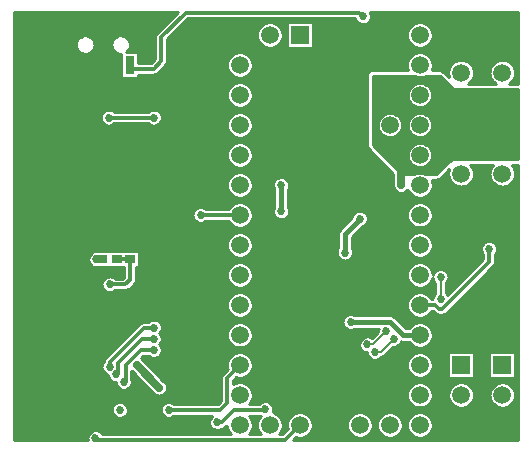
<source format=gbr>
G04 DipTrace 2.4.0.2*
%INBottom.gbr*%
%MOIN*%
%ADD13C,0.025*%
%ADD14C,0.008*%
%ADD16C,0.012*%
%ADD18C,0.018*%
%ADD20C,0.01*%
%ADD23R,0.0354X0.0276*%
%ADD24R,0.0591X0.0591*%
%ADD25C,0.0591*%
%ADD26R,0.1772X0.0922*%
%ADD29C,0.0591*%
%ADD38R,0.0394X0.0315*%
%ADD39R,0.0276X0.0591*%
%ADD54C,0.027*%
%FSLAX44Y44*%
G04*
G70*
G90*
G75*
G01*
%LNBottom*%
%LPD*%
X14438Y5687D2*
D14*
Y4938D1*
X9750Y750D2*
D16*
X9250Y250D1*
X2937D1*
Y313D1*
X12875Y11688D2*
D13*
X13251Y11311D1*
Y10064D1*
X13126Y9939D1*
Y8751D1*
X11751Y7626D2*
D18*
X11251Y7126D1*
Y6501D1*
X3375Y11000D2*
D16*
X4875D1*
X10189Y9501D2*
D13*
X10501Y9188D1*
X10814Y9501D2*
X10501Y9188D1*
X10189Y8876D2*
X10501Y9188D1*
X10814Y8876D2*
X10501Y9188D1*
X8750Y12000D2*
Y12750D1*
X7750Y13750D1*
X9250Y12000D2*
X8750D1*
Y11500D2*
X9250D1*
X9000Y11750D1*
X8750Y12000D2*
X9000Y11750D1*
X10001Y11501D2*
X9251D1*
X13312Y13250D2*
X12187D1*
X11250Y12313D1*
X9563D1*
X9250Y12000D1*
X13314Y14001D2*
X13126D1*
X13000Y13875D1*
Y13562D1*
X13312Y13250D1*
X13314Y14001D2*
Y14189D1*
X13375Y14250D1*
X14563D1*
X14875D1*
X15188D1*
X15500D1*
X15813D1*
X16125D1*
X16437D1*
X11876Y10001D2*
X11314D1*
X10814Y9501D1*
X10189D2*
Y11314D1*
X10001Y11501D1*
Y11814D2*
Y11501D1*
X10189Y8876D2*
X10000Y8687D1*
Y3625D1*
X9751Y3376D1*
Y1751D1*
X9750Y1750D1*
X15063Y7375D2*
X14750D1*
X14312D1*
X14187Y7250D1*
X13375D1*
X11750Y8875D1*
X10815D1*
X15375Y7375D2*
X15063D1*
X16313D2*
X16000D1*
X15688D1*
X15375D1*
X16625D2*
X16313D1*
X16752Y6251D2*
Y7248D1*
X16625Y7375D1*
X14500Y6563D2*
Y6937D1*
X14187Y7250D1*
X1875Y5687D2*
X2437D1*
X2625Y5875D1*
X3375D1*
Y5876D1*
X5125Y8063D2*
Y7173D1*
X5173Y7125D1*
X2937D1*
X2687Y6875D1*
X1875D1*
X2812Y8313D2*
Y8063D1*
X5125Y8313D2*
Y8063D1*
X562Y13937D2*
Y13625D1*
X5687Y13562D2*
Y13187D1*
X7750Y13750D2*
X5875D1*
X5687Y13562D1*
X1750Y13875D2*
D16*
Y13866D1*
X4624D2*
D13*
Y13874D1*
X1750Y13000D2*
D16*
D3*
X4625D2*
X4624D1*
X562Y13937D2*
D13*
X1688D1*
X1750Y13875D1*
Y13000D1*
Y13875D2*
X4625D1*
Y13000D1*
X4562Y11813D2*
X5250D1*
X5687Y12250D1*
Y13187D1*
X4562Y11813D2*
X3558D1*
X2187D1*
X2099Y11901D1*
X1750Y12250D1*
Y13000D1*
X2812Y8313D2*
X5125D1*
X3375Y6688D2*
X2874D1*
X2687Y6875D1*
X16500Y750D2*
X15125D1*
X14750D1*
X14250Y1250D1*
X11250D1*
X10750Y750D1*
X12001Y2250D2*
Y2001D1*
X11250Y1250D1*
X9750Y1750D2*
X10750Y750D1*
X7001Y3250D2*
X6563Y2812D1*
Y1625D1*
X5000Y625D2*
X4813Y813D1*
Y1250D1*
X5188Y1625D1*
X6563D1*
X1875Y6875D2*
X1391D1*
X1063Y7203D1*
X1875Y5687D2*
X1391D1*
X1063Y5359D1*
X2301Y12744D2*
Y12102D1*
X2099Y11901D1*
X3482Y12744D2*
Y11889D1*
X3558Y11813D1*
X15814Y3313D2*
Y3938D1*
X15877Y4000D1*
Y4625D1*
Y5376D1*
X16752Y6251D1*
X9751Y3376D2*
X8376D1*
X8250Y3250D1*
X7001D1*
X15500Y14250D2*
D3*
X14750Y7375D2*
D3*
X16000D2*
D3*
X4594Y6281D2*
Y6546D1*
X5173Y7125D1*
X6126D1*
X6813Y6438D1*
Y3250D1*
X7001D1*
X9126Y7876D2*
D18*
Y8751D1*
X11844Y14375D2*
D16*
X11719Y14500D1*
X5938D1*
X5125Y13687D1*
Y12875D1*
X4875Y12625D1*
X4073D1*
Y12744D1*
X7750Y2750D2*
X7313Y2313D1*
Y1470D1*
X7094Y1250D1*
X5375D1*
X4082Y6281D2*
X3656D1*
X3406Y5437D2*
X3937D1*
X4094Y5594D1*
Y6269D1*
X4082Y6281D1*
X4875Y4000D2*
X4563D1*
X3406Y2844D1*
Y2688D1*
X6438Y7751D2*
X6439Y7750D1*
X7750D1*
X4875Y3250D2*
X4438D1*
X3938Y2750D1*
Y2250D1*
X3875Y2188D1*
X4875Y3625D2*
X4500D1*
X3688Y2813D1*
Y2500D1*
X3625Y2438D1*
X11439Y4188D2*
D18*
X12751D1*
X13189Y3750D1*
X13750D1*
X16064Y6626D2*
D16*
Y6188D1*
X14502Y4625D1*
X14377D1*
X14252Y4750D1*
X13750D1*
X8594Y1281D2*
Y1250D1*
X7563D1*
X7156Y844D1*
X7000D1*
X3144Y6281D2*
X2969D1*
X4313Y2750D2*
D13*
X5063Y2000D1*
X12001Y3438D2*
D14*
X12189D1*
X12626Y3875D1*
X12876Y3625D2*
X12439Y3188D1*
X12251D1*
D54*
X625Y5687D3*
Y6875D3*
X312D3*
X937D3*
X1250D3*
X1562D3*
X1875D3*
X313Y5687D3*
X938D3*
X1250D3*
X1562D3*
X1875D3*
X562Y13625D3*
X5687Y13562D3*
Y13187D3*
X5125Y8313D3*
Y8063D3*
X2812Y8313D3*
Y8063D3*
X562Y13937D3*
X4562Y11813D3*
X4313Y2750D3*
X15814Y3313D3*
X5063Y2000D3*
X15877Y4625D3*
X14500Y6563D3*
X16752Y6251D3*
X14438Y5687D3*
Y4938D3*
X12001Y2250D3*
X7001Y3250D3*
X3375Y11000D3*
X9750Y1750D3*
X2969Y6281D3*
X15063Y7375D3*
X15375D3*
X14875Y14250D3*
X15188D3*
X16313Y7375D3*
X16625D3*
X16125Y14250D3*
X16437D3*
X12375Y12187D3*
X12875D3*
X12625Y11938D3*
X12375Y11687D3*
X12875Y11688D3*
X11844Y14375D3*
X10189Y8876D3*
X8750Y12000D3*
X9250D3*
X9000Y11750D3*
X8750Y11500D3*
X9250D3*
X10189Y9501D3*
X10000Y6563D3*
X10814Y9501D3*
Y8876D3*
X2937Y313D3*
X3406Y2688D3*
X3625Y2438D3*
X3875Y2188D3*
X4875Y3625D3*
Y3250D3*
Y4000D3*
Y11000D3*
X13126Y8751D3*
X6438Y7751D3*
X13314Y14001D3*
X13312Y13250D3*
X10501Y9188D3*
X9126Y8751D3*
Y7876D3*
X10000Y5750D3*
X11876Y10001D3*
X10001Y11814D3*
Y11501D3*
X12876Y3625D3*
X12626Y3875D3*
X12001Y3438D3*
X12251Y3188D3*
X11751Y7626D3*
X11251Y6501D3*
X11439Y4188D3*
X15877Y4000D3*
X5375Y1250D3*
X3750D3*
X4125Y625D3*
X5000D3*
X3375Y6688D3*
Y5876D3*
X16064Y6626D3*
X8594Y1281D3*
X7000Y844D3*
X6563Y1625D3*
X1750Y13875D3*
Y13000D3*
X4625Y13875D3*
Y13000D3*
X15500Y14250D3*
X15813D3*
X16750D3*
X14563D3*
X14750Y7375D3*
X15688D3*
X16000D3*
X16937D3*
X3406Y5437D3*
X247Y14414D2*
D20*
X5567D1*
X12120D2*
X17003D1*
X247Y14315D2*
X5469D1*
X12115D2*
X17003D1*
X247Y14216D2*
X5370D1*
X5937D2*
X11617D1*
X12070D2*
X17003D1*
X247Y14118D2*
X5270D1*
X5839D2*
X8519D1*
X8981D2*
X9311D1*
X10189D2*
X11755D1*
X11933D2*
X13519D1*
X13981D2*
X17003D1*
X247Y14019D2*
X5172D1*
X5740D2*
X8406D1*
X9094D2*
X9311D1*
X10189D2*
X13406D1*
X14094D2*
X17003D1*
X247Y13920D2*
X5074D1*
X5642D2*
X8345D1*
X9155D2*
X9311D1*
X10189D2*
X13345D1*
X14155D2*
X17003D1*
X247Y13822D2*
X4975D1*
X5544D2*
X8317D1*
X9183D2*
X9311D1*
X10189D2*
X13317D1*
X14183D2*
X17003D1*
X247Y13723D2*
X2474D1*
X2719D2*
X3655D1*
X3900D2*
X4925D1*
X5445D2*
X8311D1*
X9189D2*
X9311D1*
X10189D2*
X13311D1*
X14189D2*
X17003D1*
X247Y13624D2*
X2341D1*
X2851D2*
X3522D1*
X4033D2*
X4920D1*
X5347D2*
X8330D1*
X9170D2*
X9311D1*
X10189D2*
X13330D1*
X14170D2*
X17003D1*
X247Y13526D2*
X2289D1*
X2903D2*
X3470D1*
X4084D2*
X4920D1*
X5330D2*
X8374D1*
X9126D2*
X9311D1*
X10189D2*
X13374D1*
X14126D2*
X17003D1*
X247Y13427D2*
X2275D1*
X2917D2*
X3456D1*
X4098D2*
X4920D1*
X5330D2*
X8458D1*
X9042D2*
X9311D1*
X10189D2*
X13458D1*
X14042D2*
X17003D1*
X247Y13328D2*
X2294D1*
X2900D2*
X3475D1*
X4081D2*
X4920D1*
X5330D2*
X8661D1*
X8839D2*
X9311D1*
X10189D2*
X13661D1*
X13839D2*
X17003D1*
X247Y13230D2*
X2352D1*
X2842D2*
X3533D1*
X4023D2*
X4920D1*
X5330D2*
X17003D1*
X247Y13131D2*
X2513D1*
X2680D2*
X3694D1*
X4355D2*
X4920D1*
X5330D2*
X7542D1*
X7958D2*
X13542D1*
X13958D2*
X17003D1*
X247Y13032D2*
X3791D1*
X4355D2*
X4920D1*
X5330D2*
X7417D1*
X8083D2*
X13417D1*
X14083D2*
X17003D1*
X247Y12933D2*
X3791D1*
X4355D2*
X4899D1*
X5330D2*
X7352D1*
X8148D2*
X13352D1*
X14148D2*
X17003D1*
X247Y12835D2*
X3791D1*
X4355D2*
X4800D1*
X5325D2*
X7319D1*
X8181D2*
X13319D1*
X14181D2*
X14847D1*
X15403D2*
X16222D1*
X16778D2*
X17003D1*
X247Y12736D2*
X3791D1*
X5270D2*
X7311D1*
X8189D2*
X13311D1*
X14189D2*
X14756D1*
X15494D2*
X16131D1*
X16869D2*
X17003D1*
X247Y12637D2*
X3791D1*
X5172D2*
X7325D1*
X8175D2*
X13325D1*
X14175D2*
X14708D1*
X15542D2*
X16083D1*
X16917D2*
X17003D1*
X247Y12539D2*
X3791D1*
X5073D2*
X7366D1*
X8134D2*
X12027D1*
X14536D2*
X14688D1*
X15562D2*
X16063D1*
X16937D2*
X17003D1*
X247Y12440D2*
X3791D1*
X4944D2*
X7444D1*
X8056D2*
X11981D1*
X14634D2*
X14691D1*
X15559D2*
X16066D1*
X16934D2*
X17003D1*
X247Y12341D2*
X3791D1*
X4355D2*
X7610D1*
X7890D2*
X11981D1*
X15534D2*
X16091D1*
X16909D2*
X17003D1*
X247Y12243D2*
X11981D1*
X15478D2*
X16147D1*
X16853D2*
X17003D1*
X247Y12144D2*
X7570D1*
X7930D2*
X11981D1*
X15375D2*
X16250D1*
X16750D2*
X17003D1*
X247Y12045D2*
X7428D1*
X8072D2*
X11981D1*
X247Y11947D2*
X7358D1*
X8142D2*
X11981D1*
X247Y11848D2*
X7322D1*
X8178D2*
X11981D1*
X247Y11749D2*
X7311D1*
X8189D2*
X11981D1*
X247Y11651D2*
X7322D1*
X8178D2*
X11981D1*
X247Y11552D2*
X7360D1*
X8140D2*
X11981D1*
X247Y11453D2*
X7430D1*
X8070D2*
X11981D1*
X247Y11354D2*
X7574D1*
X7926D2*
X11981D1*
X247Y11256D2*
X3283D1*
X3467D2*
X4783D1*
X4967D2*
X11981D1*
X247Y11157D2*
X3147D1*
X5103D2*
X7605D1*
X7895D2*
X11981D1*
X247Y11058D2*
X3103D1*
X5147D2*
X7442D1*
X8058D2*
X11981D1*
X247Y10960D2*
X3099D1*
X5151D2*
X7366D1*
X8134D2*
X11981D1*
X247Y10861D2*
X3135D1*
X5115D2*
X7325D1*
X8175D2*
X11981D1*
X247Y10762D2*
X3239D1*
X3511D2*
X4739D1*
X5011D2*
X7311D1*
X8189D2*
X11981D1*
X247Y10664D2*
X7319D1*
X8181D2*
X11981D1*
X247Y10565D2*
X7353D1*
X8147D2*
X11981D1*
X247Y10466D2*
X7417D1*
X8083D2*
X11983D1*
X247Y10368D2*
X7545D1*
X7955D2*
X11983D1*
X247Y10269D2*
X11983D1*
X247Y10170D2*
X7653D1*
X7847D2*
X11983D1*
X247Y10072D2*
X7456D1*
X8044D2*
X11983D1*
X247Y9973D2*
X7374D1*
X8126D2*
X12017D1*
X247Y9874D2*
X7330D1*
X8170D2*
X12116D1*
X247Y9775D2*
X7311D1*
X8189D2*
X12216D1*
X247Y9677D2*
X7317D1*
X8183D2*
X12314D1*
X247Y9578D2*
X7347D1*
X8153D2*
X12413D1*
X247Y9479D2*
X7406D1*
X8094D2*
X12511D1*
X247Y9381D2*
X7522D1*
X7978D2*
X12610D1*
X15480D2*
X16145D1*
X16855D2*
X17003D1*
X247Y9282D2*
X12708D1*
X15534D2*
X16091D1*
X16909D2*
X17003D1*
X247Y9183D2*
X12806D1*
X14633D2*
X14689D1*
X15561D2*
X16064D1*
X16936D2*
X17003D1*
X247Y9085D2*
X7472D1*
X8028D2*
X12858D1*
X14534D2*
X14688D1*
X15562D2*
X16063D1*
X16937D2*
X17003D1*
X247Y8986D2*
X7381D1*
X8119D2*
X8986D1*
X9267D2*
X12858D1*
X14436D2*
X14710D1*
X15540D2*
X16085D1*
X16915D2*
X17003D1*
X247Y8887D2*
X7333D1*
X8167D2*
X8885D1*
X9367D2*
X12858D1*
X14167D2*
X14758D1*
X15492D2*
X16133D1*
X16867D2*
X17003D1*
X247Y8789D2*
X7313D1*
X8187D2*
X8850D1*
X9401D2*
X12850D1*
X14187D2*
X14849D1*
X15401D2*
X16224D1*
X16776D2*
X17003D1*
X247Y8690D2*
X7316D1*
X8184D2*
X8855D1*
X9398D2*
X12855D1*
X14184D2*
X17003D1*
X247Y8591D2*
X7341D1*
X8159D2*
X8892D1*
X9359D2*
X12900D1*
X14159D2*
X17003D1*
X247Y8493D2*
X7397D1*
X8103D2*
X8892D1*
X9359D2*
X13042D1*
X13211D2*
X13397D1*
X14103D2*
X17003D1*
X247Y8394D2*
X7500D1*
X8000D2*
X8892D1*
X9359D2*
X13500D1*
X14000D2*
X17003D1*
X247Y8295D2*
X8892D1*
X9359D2*
X17003D1*
X247Y8196D2*
X8892D1*
X9359D2*
X17003D1*
X247Y8098D2*
X7489D1*
X8011D2*
X8892D1*
X9359D2*
X13489D1*
X14011D2*
X17003D1*
X247Y7999D2*
X6325D1*
X6551D2*
X7391D1*
X8109D2*
X8877D1*
X9375D2*
X13391D1*
X14109D2*
X17003D1*
X247Y7900D2*
X6205D1*
X8162D2*
X8849D1*
X9403D2*
X13338D1*
X14162D2*
X17003D1*
X247Y7802D2*
X6164D1*
X8186D2*
X8858D1*
X9395D2*
X11538D1*
X11964D2*
X13314D1*
X14186D2*
X17003D1*
X247Y7703D2*
X6164D1*
X8187D2*
X8910D1*
X9342D2*
X11483D1*
X12019D2*
X13314D1*
X14187D2*
X17003D1*
X247Y7604D2*
X6203D1*
X8164D2*
X11403D1*
X12030D2*
X13336D1*
X14164D2*
X17003D1*
X247Y7506D2*
X6317D1*
X6559D2*
X7388D1*
X8112D2*
X11305D1*
X12001D2*
X13388D1*
X14112D2*
X17003D1*
X247Y7407D2*
X7481D1*
X8019D2*
X11206D1*
X11917D2*
X13481D1*
X14019D2*
X17003D1*
X247Y7308D2*
X11106D1*
X11761D2*
X17003D1*
X247Y7210D2*
X11033D1*
X11662D2*
X17003D1*
X247Y7111D2*
X7508D1*
X7992D2*
X11017D1*
X11562D2*
X13508D1*
X13992D2*
X17003D1*
X247Y7012D2*
X7400D1*
X8100D2*
X11017D1*
X11486D2*
X13400D1*
X14100D2*
X17003D1*
X247Y6914D2*
X7344D1*
X8156D2*
X11017D1*
X11486D2*
X13344D1*
X14156D2*
X17003D1*
X247Y6815D2*
X7316D1*
X8184D2*
X11017D1*
X11486D2*
X13316D1*
X14184D2*
X15863D1*
X16265D2*
X17003D1*
X247Y6716D2*
X7313D1*
X8187D2*
X11017D1*
X11486D2*
X13313D1*
X14187D2*
X15802D1*
X16328D2*
X17003D1*
X247Y6617D2*
X7331D1*
X8169D2*
X10999D1*
X11503D2*
X13331D1*
X14169D2*
X15786D1*
X16344D2*
X17003D1*
X247Y6519D2*
X2824D1*
X4403D2*
X7378D1*
X8122D2*
X10974D1*
X11530D2*
X13378D1*
X14122D2*
X15808D1*
X16320D2*
X17003D1*
X247Y6420D2*
X2728D1*
X4403D2*
X7466D1*
X8034D2*
X10985D1*
X11517D2*
X13466D1*
X14034D2*
X15861D1*
X16269D2*
X17003D1*
X247Y6321D2*
X2692D1*
X4403D2*
X7717D1*
X7782D2*
X11041D1*
X11462D2*
X13717D1*
X13782D2*
X15861D1*
X16269D2*
X17003D1*
X247Y6223D2*
X2697D1*
X4403D2*
X15814D1*
X16269D2*
X17003D1*
X247Y6124D2*
X2741D1*
X4403D2*
X7530D1*
X7970D2*
X13530D1*
X13970D2*
X15716D1*
X16258D2*
X17003D1*
X247Y6025D2*
X2824D1*
X4403D2*
X7411D1*
X8089D2*
X13411D1*
X14089D2*
X15617D1*
X16186D2*
X17003D1*
X247Y5927D2*
X3889D1*
X4298D2*
X7349D1*
X8151D2*
X13349D1*
X14151D2*
X14305D1*
X14570D2*
X15519D1*
X16087D2*
X17003D1*
X247Y5828D2*
X3889D1*
X4298D2*
X7317D1*
X8183D2*
X13317D1*
X14676D2*
X15420D1*
X15989D2*
X17003D1*
X247Y5729D2*
X3889D1*
X4298D2*
X7311D1*
X8189D2*
X13311D1*
X14712D2*
X15320D1*
X15889D2*
X17003D1*
X247Y5631D2*
X3210D1*
X4298D2*
X7328D1*
X8172D2*
X13328D1*
X14711D2*
X15222D1*
X15790D2*
X17003D1*
X247Y5532D2*
X3144D1*
X4287D2*
X7370D1*
X8130D2*
X13370D1*
X14130D2*
X14208D1*
X14667D2*
X15124D1*
X15692D2*
X17003D1*
X247Y5433D2*
X3127D1*
X4217D2*
X7450D1*
X8050D2*
X13450D1*
X14050D2*
X14253D1*
X14622D2*
X15025D1*
X15594D2*
X17003D1*
X247Y5335D2*
X3149D1*
X4119D2*
X7633D1*
X7867D2*
X13633D1*
X13867D2*
X14253D1*
X14622D2*
X14927D1*
X15495D2*
X17003D1*
X247Y5236D2*
X3219D1*
X3594D2*
X14253D1*
X14622D2*
X14828D1*
X15397D2*
X17003D1*
X247Y5137D2*
X7555D1*
X7945D2*
X13555D1*
X13945D2*
X14247D1*
X14628D2*
X14728D1*
X15297D2*
X17003D1*
X247Y5038D2*
X7422D1*
X8078D2*
X13422D1*
X14078D2*
X14178D1*
X15198D2*
X17003D1*
X247Y4940D2*
X7355D1*
X8145D2*
X13355D1*
X15100D2*
X17003D1*
X247Y4841D2*
X7320D1*
X8180D2*
X13320D1*
X15001D2*
X17003D1*
X247Y4742D2*
X7311D1*
X8189D2*
X13311D1*
X14903D2*
X17003D1*
X247Y4644D2*
X7324D1*
X8176D2*
X13324D1*
X14805D2*
X17003D1*
X247Y4545D2*
X7363D1*
X8137D2*
X13363D1*
X14137D2*
X14173D1*
X14705D2*
X17003D1*
X247Y4446D2*
X7436D1*
X8064D2*
X11355D1*
X11523D2*
X13436D1*
X14064D2*
X14292D1*
X14586D2*
X17003D1*
X247Y4348D2*
X7591D1*
X7909D2*
X11213D1*
X12919D2*
X13591D1*
X13909D2*
X17003D1*
X247Y4249D2*
X4764D1*
X4986D2*
X11167D1*
X13017D2*
X17003D1*
X247Y4150D2*
X4430D1*
X5108D2*
X7585D1*
X7915D2*
X11163D1*
X13115D2*
X13585D1*
X13915D2*
X17003D1*
X247Y4052D2*
X4330D1*
X5148D2*
X7435D1*
X8065D2*
X11197D1*
X13214D2*
X13435D1*
X14065D2*
X17003D1*
X247Y3953D2*
X4231D1*
X5150D2*
X7361D1*
X8139D2*
X11299D1*
X11580D2*
X12360D1*
X14139D2*
X17003D1*
X247Y3854D2*
X4133D1*
X5111D2*
X7324D1*
X8176D2*
X12349D1*
X14176D2*
X17003D1*
X247Y3756D2*
X4035D1*
X5120D2*
X7311D1*
X8189D2*
X12250D1*
X14189D2*
X17003D1*
X247Y3657D2*
X3935D1*
X5151D2*
X7320D1*
X8180D2*
X11835D1*
X14180D2*
X17003D1*
X247Y3558D2*
X3836D1*
X5145D2*
X7356D1*
X8144D2*
X11750D1*
X14144D2*
X17003D1*
X247Y3459D2*
X3738D1*
X5097D2*
X7424D1*
X8076D2*
X11724D1*
X13098D2*
X13424D1*
X14076D2*
X17003D1*
X247Y3361D2*
X3639D1*
X5130D2*
X7560D1*
X7940D2*
X11733D1*
X12934D2*
X13560D1*
X13940D2*
X17003D1*
X247Y3262D2*
X3541D1*
X5153D2*
X11788D1*
X12769D2*
X17003D1*
X247Y3163D2*
X3442D1*
X5139D2*
X7625D1*
X7875D2*
X11974D1*
X12670D2*
X13625D1*
X13875D2*
X14686D1*
X15564D2*
X16061D1*
X16939D2*
X17003D1*
X247Y3065D2*
X3342D1*
X5080D2*
X7449D1*
X8051D2*
X12002D1*
X12572D2*
X13449D1*
X14051D2*
X14686D1*
X15564D2*
X16061D1*
X16939D2*
X17003D1*
X247Y2966D2*
X3245D1*
X4483D2*
X7369D1*
X8131D2*
X12089D1*
X12414D2*
X13369D1*
X14131D2*
X14686D1*
X15564D2*
X16061D1*
X16939D2*
X17003D1*
X247Y2867D2*
X3197D1*
X4572D2*
X7327D1*
X8173D2*
X13327D1*
X14173D2*
X14686D1*
X15564D2*
X16061D1*
X16939D2*
X17003D1*
X247Y2769D2*
X3139D1*
X4670D2*
X7311D1*
X8189D2*
X13311D1*
X14189D2*
X14686D1*
X15564D2*
X16061D1*
X16939D2*
X17003D1*
X247Y2670D2*
X3128D1*
X4769D2*
X7319D1*
X8181D2*
X13319D1*
X14181D2*
X14686D1*
X15564D2*
X16061D1*
X16939D2*
X17003D1*
X247Y2571D2*
X3153D1*
X4869D2*
X7288D1*
X8150D2*
X13350D1*
X14150D2*
X14686D1*
X15564D2*
X16061D1*
X16939D2*
X17003D1*
X247Y2473D2*
X3235D1*
X4142D2*
X4214D1*
X4967D2*
X7188D1*
X8087D2*
X13413D1*
X14087D2*
X14686D1*
X15564D2*
X16061D1*
X16939D2*
X17003D1*
X247Y2374D2*
X3355D1*
X4142D2*
X4313D1*
X5065D2*
X7119D1*
X7967D2*
X13533D1*
X13967D2*
X14686D1*
X15564D2*
X16061D1*
X16939D2*
X17003D1*
X247Y2275D2*
X3402D1*
X4142D2*
X4413D1*
X5164D2*
X7110D1*
X7559D2*
X17003D1*
X247Y2177D2*
X3552D1*
X4155D2*
X4511D1*
X5276D2*
X7110D1*
X7517D2*
X7692D1*
X7808D2*
X13692D1*
X13808D2*
X15067D1*
X15183D2*
X16442D1*
X16558D2*
X17003D1*
X247Y2078D2*
X3620D1*
X4131D2*
X4610D1*
X5331D2*
X7110D1*
X8037D2*
X13463D1*
X14037D2*
X14838D1*
X15412D2*
X16213D1*
X16787D2*
X17003D1*
X247Y1979D2*
X3695D1*
X4055D2*
X4708D1*
X5340D2*
X7110D1*
X8123D2*
X13377D1*
X14123D2*
X14752D1*
X15498D2*
X16127D1*
X16873D2*
X17003D1*
X247Y1880D2*
X4806D1*
X5314D2*
X7110D1*
X8169D2*
X13331D1*
X14169D2*
X14706D1*
X15544D2*
X16081D1*
X16919D2*
X17003D1*
X247Y1782D2*
X4897D1*
X5230D2*
X7110D1*
X8187D2*
X13313D1*
X14187D2*
X14688D1*
X15562D2*
X16063D1*
X16937D2*
X17003D1*
X247Y1683D2*
X7110D1*
X8184D2*
X13316D1*
X14184D2*
X14691D1*
X15559D2*
X16066D1*
X16934D2*
X17003D1*
X247Y1584D2*
X7110D1*
X8156D2*
X13344D1*
X14156D2*
X14719D1*
X15531D2*
X16094D1*
X16906D2*
X17003D1*
X247Y1486D2*
X3611D1*
X3889D2*
X5236D1*
X5514D2*
X7045D1*
X8098D2*
X8410D1*
X8778D2*
X13402D1*
X14098D2*
X14777D1*
X15473D2*
X16152D1*
X16848D2*
X17003D1*
X247Y1387D2*
X3508D1*
X3992D2*
X5135D1*
X8851D2*
X13511D1*
X13989D2*
X14886D1*
X15364D2*
X16261D1*
X16739D2*
X17003D1*
X247Y1288D2*
X3474D1*
X4026D2*
X5099D1*
X8873D2*
X17003D1*
X247Y1190D2*
X3478D1*
X4022D2*
X5103D1*
X8856D2*
X17003D1*
X247Y1091D2*
X3524D1*
X3976D2*
X5149D1*
X9020D2*
X9480D1*
X10020D2*
X11480D1*
X12020D2*
X12480D1*
X13020D2*
X13480D1*
X14020D2*
X17003D1*
X247Y992D2*
X3664D1*
X3836D2*
X5289D1*
X5461D2*
X6766D1*
X8114D2*
X8386D1*
X9114D2*
X9386D1*
X10114D2*
X11386D1*
X12114D2*
X12386D1*
X13114D2*
X13386D1*
X14114D2*
X17003D1*
X247Y894D2*
X6725D1*
X8164D2*
X8336D1*
X9164D2*
X9336D1*
X10164D2*
X11336D1*
X12164D2*
X12336D1*
X13164D2*
X13336D1*
X14164D2*
X17003D1*
X247Y795D2*
X6725D1*
X8187D2*
X8313D1*
X9187D2*
X9313D1*
X10187D2*
X11313D1*
X12187D2*
X12313D1*
X13187D2*
X13313D1*
X14187D2*
X17003D1*
X247Y696D2*
X6766D1*
X8186D2*
X8314D1*
X9186D2*
X9314D1*
X10186D2*
X11314D1*
X12186D2*
X12314D1*
X13186D2*
X13314D1*
X14186D2*
X17003D1*
X247Y598D2*
X6881D1*
X7119D2*
X7339D1*
X8161D2*
X8339D1*
X9161D2*
X9313D1*
X10161D2*
X11339D1*
X12161D2*
X12339D1*
X13161D2*
X13339D1*
X14161D2*
X17003D1*
X247Y499D2*
X2733D1*
X3142D2*
X7392D1*
X8108D2*
X8392D1*
X9108D2*
X9214D1*
X10108D2*
X11392D1*
X12108D2*
X12392D1*
X13108D2*
X13392D1*
X14108D2*
X17003D1*
X247Y400D2*
X2674D1*
X10009D2*
X11491D1*
X12009D2*
X12491D1*
X13009D2*
X13491D1*
X14009D2*
X17003D1*
X247Y301D2*
X2660D1*
X9586D2*
X17003D1*
X3821Y6553D2*
X4393D1*
Y6009D1*
X4288D1*
Y5594D1*
X4281Y5544D1*
X4263Y5498D1*
X4231Y5457D1*
X4075Y5300D1*
X4035Y5270D1*
X3989Y5251D1*
X3937Y5243D1*
X3592D1*
X3567Y5222D1*
X3525Y5196D1*
X3478Y5178D1*
X3429Y5169D1*
X3379Y5170D1*
X3330Y5180D1*
X3284Y5198D1*
X3241Y5225D1*
X3205Y5259D1*
X3175Y5299D1*
X3154Y5344D1*
X3141Y5393D1*
X3137Y5442D1*
X3143Y5492D1*
X3157Y5540D1*
X3181Y5584D1*
X3212Y5623D1*
X3249Y5656D1*
X3292Y5681D1*
X3339Y5698D1*
X3389Y5706D1*
X3439Y5705D1*
X3487Y5694D1*
X3533Y5675D1*
X3575Y5647D1*
X3592Y5631D1*
X3858D1*
X3901Y5675D1*
X3900Y6011D1*
X3771Y6009D1*
X3345D1*
X2833D1*
Y6049D1*
X2804Y6069D1*
X2767Y6103D1*
X2738Y6143D1*
X2716Y6188D1*
X2704Y6236D1*
X2700Y6286D1*
X2705Y6336D1*
X2720Y6384D1*
X2743Y6428D1*
X2774Y6467D1*
X2812Y6500D1*
X2835Y6513D1*
X2833Y6553D1*
X3456Y6551D1*
X3495Y6553D1*
X3967Y6551D1*
X9371Y14179D2*
X10179D1*
Y13321D1*
X9321D1*
Y14179D1*
X9371D1*
X9176Y13700D2*
X9168Y13651D1*
X9153Y13603D1*
X9134Y13557D1*
X9109Y13514D1*
X9079Y13474D1*
X9044Y13438D1*
X9006Y13405D1*
X8964Y13378D1*
X8920Y13356D1*
X8873Y13339D1*
X8824Y13327D1*
X8774Y13321D1*
X8724D1*
X8675Y13327D1*
X8626Y13339D1*
X8579Y13356D1*
X8535Y13379D1*
X8493Y13406D1*
X8455Y13438D1*
X8420Y13475D1*
X8391Y13515D1*
X8366Y13558D1*
X8346Y13604D1*
X8332Y13652D1*
X8323Y13701D1*
X8321Y13751D1*
X8324Y13801D1*
X8333Y13850D1*
X8347Y13898D1*
X8367Y13944D1*
X8392Y13987D1*
X8422Y14027D1*
X8457Y14063D1*
X8495Y14095D1*
X8537Y14123D1*
X8582Y14145D1*
X8629Y14162D1*
X8677Y14173D1*
X8727Y14179D1*
X8777Y14178D1*
X8827Y14172D1*
X8875Y14161D1*
X8922Y14143D1*
X8967Y14121D1*
X9008Y14093D1*
X9046Y14061D1*
X9080Y14024D1*
X9110Y13984D1*
X9135Y13940D1*
X9154Y13894D1*
X9168Y13846D1*
X9177Y13797D1*
X9179Y13750D1*
X9176Y13700D1*
X15551Y9075D2*
X15543Y9026D1*
X15528Y8978D1*
X15509Y8932D1*
X15484Y8889D1*
X15454Y8849D1*
X15419Y8813D1*
X15381Y8780D1*
X15339Y8753D1*
X15295Y8731D1*
X15248Y8714D1*
X15199Y8702D1*
X15149Y8696D1*
X15099D1*
X15050Y8702D1*
X15001Y8714D1*
X14954Y8731D1*
X14910Y8754D1*
X14868Y8781D1*
X14830Y8813D1*
X14795Y8850D1*
X14766Y8890D1*
X14741Y8933D1*
X14721Y8979D1*
X14707Y9027D1*
X14698Y9076D1*
X14696Y9126D1*
X14699Y9176D1*
X14708Y9225D1*
X14729Y9289D1*
X14407Y8968D1*
X14366Y8940D1*
X14312Y8928D1*
X14139Y8929D1*
X14154Y8894D1*
X14168Y8846D1*
X14177Y8797D1*
X14179Y8750D1*
X14176Y8700D1*
X14168Y8651D1*
X14153Y8603D1*
X14134Y8557D1*
X14109Y8514D1*
X14079Y8474D1*
X14044Y8438D1*
X14006Y8405D1*
X13964Y8378D1*
X13920Y8356D1*
X13873Y8339D1*
X13824Y8327D1*
X13774Y8321D1*
X13724D1*
X13675Y8327D1*
X13626Y8339D1*
X13579Y8356D1*
X13535Y8379D1*
X13493Y8406D1*
X13455Y8438D1*
X13420Y8475D1*
X13391Y8515D1*
X13366Y8558D1*
X13348Y8600D1*
X13324Y8569D1*
X13287Y8535D1*
X13245Y8509D1*
X13198Y8492D1*
X13149Y8483D1*
X13099D1*
X13050Y8493D1*
X13004Y8512D1*
X12962Y8538D1*
X12925Y8572D1*
X12896Y8613D1*
X12874Y8658D1*
X12861Y8706D1*
X12857Y8756D1*
X12867Y8819D1*
Y9134D1*
X12032Y9969D1*
X12004Y10010D1*
X11992Y10063D1*
X11991Y12437D1*
X12000Y12486D1*
X12027Y12528D1*
X12066Y12558D1*
X12125Y12571D1*
X13361D1*
X13346Y12604D1*
X13332Y12652D1*
X13323Y12701D1*
X13321Y12751D1*
X13324Y12801D1*
X13333Y12850D1*
X13347Y12898D1*
X13367Y12944D1*
X13392Y12987D1*
X13422Y13027D1*
X13457Y13063D1*
X13495Y13095D1*
X13537Y13123D1*
X13582Y13145D1*
X13629Y13162D1*
X13677Y13173D1*
X13727Y13179D1*
X13777Y13178D1*
X13827Y13172D1*
X13875Y13161D1*
X13922Y13143D1*
X13967Y13121D1*
X14008Y13093D1*
X14046Y13061D1*
X14080Y13024D1*
X14110Y12984D1*
X14135Y12940D1*
X14154Y12894D1*
X14168Y12846D1*
X14177Y12797D1*
X14179Y12750D1*
X14176Y12700D1*
X14168Y12651D1*
X14139Y12570D1*
X14438Y12571D1*
X14486Y12562D1*
X14532Y12532D1*
X14728Y12337D1*
X14707Y12402D1*
X14698Y12451D1*
X14696Y12501D1*
X14699Y12551D1*
X14708Y12600D1*
X14722Y12648D1*
X14742Y12694D1*
X14767Y12737D1*
X14797Y12777D1*
X14832Y12813D1*
X14870Y12845D1*
X14912Y12873D1*
X14957Y12895D1*
X15004Y12912D1*
X15052Y12923D1*
X15102Y12929D1*
X15152Y12928D1*
X15202Y12922D1*
X15250Y12911D1*
X15297Y12893D1*
X15342Y12871D1*
X15383Y12843D1*
X15421Y12811D1*
X15455Y12774D1*
X15485Y12734D1*
X15510Y12690D1*
X15529Y12644D1*
X15543Y12596D1*
X15552Y12547D1*
X15554Y12500D1*
X15551Y12450D1*
X15543Y12401D1*
X15528Y12353D1*
X15509Y12307D1*
X15484Y12264D1*
X15454Y12224D1*
X15419Y12188D1*
X15381Y12155D1*
X15348Y12134D1*
X16277D1*
X16243Y12156D1*
X16205Y12188D1*
X16170Y12225D1*
X16141Y12265D1*
X16116Y12308D1*
X16096Y12354D1*
X16082Y12402D1*
X16073Y12451D1*
X16071Y12501D1*
X16074Y12551D1*
X16083Y12600D1*
X16097Y12648D1*
X16117Y12694D1*
X16142Y12737D1*
X16172Y12777D1*
X16207Y12813D1*
X16245Y12845D1*
X16287Y12873D1*
X16332Y12895D1*
X16379Y12912D1*
X16427Y12923D1*
X16477Y12929D1*
X16527Y12928D1*
X16577Y12922D1*
X16625Y12911D1*
X16672Y12893D1*
X16717Y12871D1*
X16758Y12843D1*
X16796Y12811D1*
X16830Y12774D1*
X16860Y12734D1*
X16885Y12690D1*
X16904Y12644D1*
X16918Y12596D1*
X16927Y12547D1*
X16929Y12500D1*
X16926Y12450D1*
X16918Y12401D1*
X16903Y12353D1*
X16884Y12307D1*
X16859Y12264D1*
X16829Y12224D1*
X16794Y12188D1*
X16756Y12155D1*
X16725Y12134D1*
X17014D1*
X17013Y12237D1*
Y14512D1*
X12073D1*
X12098Y14463D1*
X12110Y14415D1*
X12113Y14375D1*
X12108Y14325D1*
X12094Y14277D1*
X12072Y14233D1*
X12042Y14193D1*
X12005Y14159D1*
X11962Y14133D1*
X11915Y14116D1*
X11866Y14107D1*
X11816D1*
X11767Y14117D1*
X11721Y14136D1*
X11679Y14162D1*
X11642Y14197D1*
X11613Y14237D1*
X11591Y14282D1*
X11585Y14308D1*
X11419Y14306D1*
X6017D1*
X5318Y13606D1*
X5319Y13237D1*
Y12875D1*
X5313Y12826D1*
X5294Y12779D1*
X5262Y12738D1*
X5012Y12488D1*
X4973Y12457D1*
X4927Y12438D1*
X4875Y12431D1*
X4345D1*
Y12315D1*
X3801D1*
Y13123D1*
X3766Y13122D1*
X3717Y13128D1*
X3669Y13142D1*
X3623Y13163D1*
X3582Y13191D1*
X3546Y13225D1*
X3516Y13265D1*
X3492Y13309D1*
X3476Y13356D1*
X3468Y13406D1*
X3467Y13455D1*
X3475Y13505D1*
X3490Y13552D1*
X3513Y13597D1*
X3543Y13637D1*
X3578Y13672D1*
X3619Y13701D1*
X3664Y13723D1*
X3712Y13737D1*
X3761Y13744D1*
X3811Y13742D1*
X3860Y13733D1*
X3907Y13716D1*
X3951Y13692D1*
X3990Y13661D1*
X4024Y13624D1*
X4051Y13582D1*
X4071Y13536D1*
X4084Y13488D1*
X4089Y13433D1*
X4085Y13383D1*
X4073Y13335D1*
X4053Y13289D1*
X4027Y13247D1*
X3994Y13209D1*
X3948Y13174D1*
X4345Y13173D1*
Y12819D1*
X4796D1*
X4931Y12956D1*
Y13687D1*
X4937Y13737D1*
X4956Y13783D1*
X4988Y13825D1*
X5676Y14513D1*
X237Y14512D1*
Y237D1*
X2680D1*
X2672Y268D1*
X2669Y317D1*
X2674Y367D1*
X2689Y415D1*
X2712Y459D1*
X2743Y498D1*
X2781Y531D1*
X2824Y556D1*
X2871Y573D1*
X2920Y581D1*
X2970Y580D1*
X3019Y569D1*
X3065Y550D1*
X3106Y522D1*
X3142Y487D1*
X3171Y445D1*
X3637Y444D1*
X7448D1*
X7391Y515D1*
X7366Y558D1*
X7346Y604D1*
X7332Y652D1*
X7322Y734D1*
X7293Y707D1*
X7254Y676D1*
X7213Y659D1*
X7118Y602D1*
X7072Y584D1*
X7023Y576D1*
X6973D1*
X6924Y586D1*
X6877Y604D1*
X6835Y631D1*
X6799Y665D1*
X6769Y706D1*
X6748Y751D1*
X6735Y799D1*
X6731Y849D1*
X6737Y898D1*
X6751Y946D1*
X6774Y990D1*
X6805Y1029D1*
X6837Y1057D1*
X5994Y1056D1*
X5561D1*
X5536Y1035D1*
X5494Y1009D1*
X5447Y991D1*
X5398Y982D1*
X5348D1*
X5299Y992D1*
X5252Y1011D1*
X5210Y1038D1*
X5174Y1072D1*
X5144Y1112D1*
X5123Y1157D1*
X5110Y1205D1*
X5106Y1255D1*
X5112Y1305D1*
X5126Y1352D1*
X5150Y1397D1*
X5181Y1436D1*
X5218Y1469D1*
X5261Y1494D1*
X5308Y1511D1*
X5358Y1519D1*
X5407Y1517D1*
X5456Y1507D1*
X5502Y1487D1*
X5544Y1460D1*
X5561Y1443D1*
X6475Y1444D1*
X7014D1*
X7119Y1550D1*
Y2313D1*
X7126Y2363D1*
X7144Y2409D1*
X7176Y2450D1*
X7343Y2617D1*
X7332Y2652D1*
X7323Y2701D1*
X7321Y2751D1*
X7324Y2801D1*
X7333Y2850D1*
X7347Y2898D1*
X7367Y2944D1*
X7392Y2987D1*
X7422Y3027D1*
X7457Y3063D1*
X7495Y3095D1*
X7537Y3123D1*
X7582Y3145D1*
X7629Y3162D1*
X7677Y3173D1*
X7727Y3179D1*
X7777Y3178D1*
X7827Y3172D1*
X7875Y3161D1*
X7922Y3143D1*
X7967Y3121D1*
X8008Y3093D1*
X8046Y3061D1*
X8080Y3024D1*
X8110Y2984D1*
X8135Y2940D1*
X8154Y2894D1*
X8168Y2846D1*
X8177Y2797D1*
X8179Y2750D1*
X8176Y2700D1*
X8168Y2651D1*
X8153Y2603D1*
X8134Y2557D1*
X8109Y2514D1*
X8079Y2474D1*
X8044Y2438D1*
X8006Y2405D1*
X7964Y2378D1*
X7920Y2356D1*
X7873Y2339D1*
X7824Y2327D1*
X7774Y2321D1*
X7724D1*
X7675Y2327D1*
X7616Y2343D1*
X7508Y2234D1*
X7507Y2105D1*
X7582Y2145D1*
X7629Y2162D1*
X7677Y2173D1*
X7727Y2179D1*
X7777Y2178D1*
X7827Y2172D1*
X7875Y2161D1*
X7922Y2143D1*
X7967Y2121D1*
X8008Y2093D1*
X8046Y2061D1*
X8080Y2024D1*
X8110Y1984D1*
X8135Y1940D1*
X8154Y1894D1*
X8168Y1846D1*
X8177Y1797D1*
X8179Y1750D1*
X8176Y1700D1*
X8168Y1651D1*
X8153Y1603D1*
X8134Y1557D1*
X8109Y1514D1*
X8079Y1474D1*
X8050Y1443D1*
X8380Y1444D1*
X8399Y1467D1*
X8437Y1500D1*
X8480Y1525D1*
X8527Y1542D1*
X8576Y1550D1*
X8626Y1548D1*
X8675Y1538D1*
X8721Y1518D1*
X8762Y1491D1*
X8798Y1456D1*
X8827Y1415D1*
X8848Y1370D1*
X8860Y1321D1*
X8863Y1281D1*
X8858Y1232D1*
X8838Y1171D1*
X8922Y1143D1*
X8967Y1121D1*
X9008Y1093D1*
X9046Y1061D1*
X9080Y1024D1*
X9110Y984D1*
X9135Y940D1*
X9154Y894D1*
X9168Y846D1*
X9177Y797D1*
X9179Y750D1*
X9176Y700D1*
X9168Y651D1*
X9153Y603D1*
X9134Y557D1*
X9109Y514D1*
X9079Y474D1*
X9050Y443D1*
X9170Y444D1*
X9342Y616D1*
X9323Y701D1*
X9321Y751D1*
X9324Y801D1*
X9333Y850D1*
X9347Y898D1*
X9367Y944D1*
X9392Y987D1*
X9422Y1027D1*
X9457Y1063D1*
X9495Y1095D1*
X9537Y1123D1*
X9582Y1145D1*
X9629Y1162D1*
X9677Y1173D1*
X9727Y1179D1*
X9777Y1178D1*
X9827Y1172D1*
X9875Y1161D1*
X9922Y1143D1*
X9967Y1121D1*
X10008Y1093D1*
X10046Y1061D1*
X10080Y1024D1*
X10110Y984D1*
X10135Y940D1*
X10154Y894D1*
X10168Y846D1*
X10177Y797D1*
X10179Y750D1*
X10176Y700D1*
X10168Y651D1*
X10153Y603D1*
X10134Y557D1*
X10109Y514D1*
X10079Y474D1*
X10044Y438D1*
X10006Y405D1*
X9964Y378D1*
X9920Y356D1*
X9873Y339D1*
X9824Y327D1*
X9774Y321D1*
X9724D1*
X9675Y327D1*
X9616Y343D1*
X9513Y238D1*
X10737Y237D1*
X17013D1*
Y9428D1*
X16805D1*
X16860Y9359D1*
X16885Y9316D1*
X16904Y9270D1*
X16918Y9222D1*
X16927Y9172D1*
X16929Y9125D1*
X16926Y9075D1*
X16918Y9026D1*
X16903Y8978D1*
X16884Y8932D1*
X16859Y8889D1*
X16829Y8849D1*
X16794Y8813D1*
X16756Y8781D1*
X16714Y8753D1*
X16670Y8731D1*
X16623Y8714D1*
X16574Y8702D1*
X16524Y8697D1*
X16474D1*
X16425Y8703D1*
X16376Y8714D1*
X16329Y8731D1*
X16285Y8754D1*
X16243Y8781D1*
X16205Y8814D1*
X16170Y8850D1*
X16141Y8890D1*
X16116Y8934D1*
X16096Y8980D1*
X16082Y9027D1*
X16073Y9077D1*
X16071Y9127D1*
X16074Y9176D1*
X16083Y9226D1*
X16097Y9273D1*
X16117Y9319D1*
X16142Y9362D1*
X16197Y9428D1*
X15430D1*
X15485Y9359D1*
X15510Y9315D1*
X15529Y9269D1*
X15543Y9221D1*
X15552Y9172D1*
X15554Y9125D1*
X15551Y9075D1*
X14746Y3179D2*
X15554D1*
Y2321D1*
X14696D1*
Y3179D1*
X14746D1*
X15551Y1700D2*
X15543Y1651D1*
X15528Y1603D1*
X15509Y1557D1*
X15484Y1514D1*
X15454Y1474D1*
X15419Y1438D1*
X15381Y1405D1*
X15339Y1378D1*
X15295Y1356D1*
X15248Y1339D1*
X15199Y1327D1*
X15149Y1321D1*
X15099D1*
X15050Y1327D1*
X15001Y1339D1*
X14954Y1356D1*
X14910Y1379D1*
X14868Y1406D1*
X14830Y1438D1*
X14795Y1475D1*
X14766Y1515D1*
X14741Y1558D1*
X14721Y1604D1*
X14707Y1652D1*
X14698Y1701D1*
X14696Y1751D1*
X14699Y1801D1*
X14708Y1850D1*
X14722Y1898D1*
X14742Y1944D1*
X14767Y1987D1*
X14797Y2027D1*
X14832Y2063D1*
X14870Y2095D1*
X14912Y2123D1*
X14957Y2145D1*
X15004Y2162D1*
X15052Y2173D1*
X15102Y2179D1*
X15152Y2178D1*
X15202Y2172D1*
X15250Y2161D1*
X15297Y2143D1*
X15342Y2121D1*
X15383Y2093D1*
X15421Y2061D1*
X15455Y2024D1*
X15485Y1984D1*
X15510Y1940D1*
X15529Y1894D1*
X15543Y1846D1*
X15552Y1797D1*
X15554Y1750D1*
X15551Y1700D1*
X16121Y3179D2*
X16929D1*
Y2321D1*
X16071D1*
Y3179D1*
X16121D1*
X16926Y1700D2*
X16918Y1651D1*
X16903Y1603D1*
X16884Y1557D1*
X16859Y1514D1*
X16829Y1474D1*
X16794Y1438D1*
X16756Y1405D1*
X16714Y1378D1*
X16670Y1356D1*
X16623Y1339D1*
X16574Y1327D1*
X16524Y1321D1*
X16474D1*
X16425Y1327D1*
X16376Y1339D1*
X16329Y1356D1*
X16285Y1379D1*
X16243Y1406D1*
X16205Y1438D1*
X16170Y1475D1*
X16141Y1515D1*
X16116Y1558D1*
X16096Y1604D1*
X16082Y1652D1*
X16073Y1701D1*
X16071Y1751D1*
X16074Y1801D1*
X16083Y1850D1*
X16097Y1898D1*
X16117Y1944D1*
X16142Y1987D1*
X16172Y2027D1*
X16207Y2063D1*
X16245Y2095D1*
X16287Y2123D1*
X16332Y2145D1*
X16379Y2162D1*
X16427Y2173D1*
X16477Y2179D1*
X16527Y2178D1*
X16577Y2172D1*
X16625Y2161D1*
X16672Y2143D1*
X16717Y2121D1*
X16758Y2093D1*
X16796Y2061D1*
X16830Y2024D1*
X16860Y1984D1*
X16885Y1940D1*
X16904Y1894D1*
X16918Y1846D1*
X16927Y1797D1*
X16929Y1750D1*
X16926Y1700D1*
X2904Y13383D2*
X2892Y13335D1*
X2872Y13289D1*
X2846Y13247D1*
X2812Y13209D1*
X2774Y13177D1*
X2731Y13152D1*
X2684Y13134D1*
X2635Y13124D1*
X2585Y13122D1*
X2536Y13128D1*
X2488Y13142D1*
X2442Y13163D1*
X2401Y13191D1*
X2365Y13225D1*
X2335Y13265D1*
X2311Y13309D1*
X2295Y13356D1*
X2287Y13406D1*
X2286Y13455D1*
X2294Y13505D1*
X2309Y13552D1*
X2332Y13597D1*
X2361Y13637D1*
X2397Y13672D1*
X2438Y13701D1*
X2483Y13723D1*
X2531Y13737D1*
X2580Y13744D1*
X2630Y13742D1*
X2679Y13733D1*
X2726Y13716D1*
X2770Y13692D1*
X2809Y13661D1*
X2842Y13624D1*
X2870Y13582D1*
X2890Y13536D1*
X2903Y13488D1*
X2908Y13433D1*
X2904Y13383D1*
X4178Y2518D2*
X4148Y2538D1*
X4132Y2550D1*
Y2267D1*
X4141Y2228D1*
X4144Y2188D1*
X4140Y2138D1*
X4126Y2090D1*
X4104Y2045D1*
X4073Y2006D1*
X4036Y1972D1*
X3994Y1946D1*
X3947Y1928D1*
X3898Y1920D1*
X3848D1*
X3799Y1930D1*
X3753Y1948D1*
X3711Y1975D1*
X3674Y2009D1*
X3645Y2050D1*
X3623Y2095D1*
X3610Y2143D1*
X3608Y2169D1*
X3549Y2180D1*
X3503Y2198D1*
X3461Y2225D1*
X3424Y2259D1*
X3395Y2300D1*
X3373Y2345D1*
X3360Y2393D1*
X3358Y2422D1*
X3284Y2448D1*
X3241Y2475D1*
X3205Y2509D1*
X3175Y2549D1*
X3154Y2594D1*
X3141Y2643D1*
X3137Y2692D1*
X3143Y2742D1*
X3157Y2790D1*
X3181Y2834D1*
X3215Y2876D1*
X3234Y2933D1*
X3269Y2981D1*
X4425Y4137D1*
X4465Y4168D1*
X4511Y4187D1*
X4563Y4194D1*
X4689D1*
X4718Y4218D1*
X4761Y4244D1*
X4808Y4261D1*
X4857Y4268D1*
X4907Y4267D1*
X4956Y4256D1*
X5002Y4237D1*
X5044Y4210D1*
X5080Y4175D1*
X5108Y4134D1*
X5129Y4088D1*
X5141Y4040D1*
X5144Y4000D1*
X5139Y3950D1*
X5126Y3902D1*
X5103Y3858D1*
X5067Y3813D1*
X5108Y3759D1*
X5129Y3713D1*
X5141Y3665D1*
X5144Y3625D1*
X5139Y3575D1*
X5126Y3527D1*
X5103Y3483D1*
X5067Y3438D1*
X5108Y3384D1*
X5129Y3338D1*
X5141Y3290D1*
X5144Y3250D1*
X5139Y3200D1*
X5126Y3152D1*
X5103Y3108D1*
X5073Y3068D1*
X5036Y3034D1*
X4993Y3008D1*
X4947Y2991D1*
X4898Y2982D1*
X4848D1*
X4799Y2992D1*
X4752Y3011D1*
X4710Y3037D1*
X4691Y3056D1*
X4517D1*
X4446Y2984D1*
X4482Y2960D1*
X4517Y2925D1*
X4547Y2883D1*
X5195Y2234D1*
X5232Y2210D1*
X5268Y2175D1*
X5296Y2134D1*
X5317Y2089D1*
X5329Y2040D1*
X5332Y2000D1*
X5327Y1950D1*
X5314Y1902D1*
X5291Y1858D1*
X5261Y1818D1*
X5224Y1785D1*
X5181Y1759D1*
X5135Y1741D1*
X5086Y1732D1*
X5036Y1733D1*
X4987Y1742D1*
X4940Y1761D1*
X4898Y1788D1*
X4862Y1822D1*
X4830Y1866D1*
X4181Y2516D1*
X14702Y5638D2*
X14688Y5590D1*
X14666Y5545D1*
X14636Y5505D1*
X14611Y5483D1*
X14612Y5142D1*
X14642Y5112D1*
X14671Y5070D1*
X15870Y6269D1*
Y6440D1*
X15833Y6488D1*
X15812Y6533D1*
X15799Y6581D1*
X15795Y6631D1*
X15801Y6680D1*
X15815Y6728D1*
X15839Y6772D1*
X15870Y6811D1*
X15907Y6844D1*
X15950Y6869D1*
X15997Y6886D1*
X16047Y6894D1*
X16096Y6893D1*
X16145Y6882D1*
X16191Y6863D1*
X16233Y6835D1*
X16269Y6800D1*
X16297Y6760D1*
X16318Y6714D1*
X16330Y6666D1*
X16333Y6626D1*
X16329Y6576D1*
X16315Y6528D1*
X16292Y6483D1*
X16259Y6440D1*
X16258Y6188D1*
X16252Y6139D1*
X16233Y6093D1*
X16201Y6051D1*
X14639Y4488D1*
X14599Y4458D1*
X14553Y4439D1*
X14502Y4431D1*
X14377D1*
X14327Y4438D1*
X14281Y4457D1*
X14239Y4488D1*
X14172Y4556D1*
X14132D1*
X14109Y4514D1*
X14079Y4474D1*
X14044Y4438D1*
X14006Y4405D1*
X13964Y4378D1*
X13920Y4356D1*
X13873Y4339D1*
X13824Y4327D1*
X13774Y4321D1*
X13724D1*
X13675Y4327D1*
X13626Y4339D1*
X13579Y4356D1*
X13535Y4379D1*
X13493Y4406D1*
X13455Y4438D1*
X13420Y4475D1*
X13391Y4515D1*
X13366Y4558D1*
X13346Y4604D1*
X13332Y4652D1*
X13323Y4701D1*
X13321Y4751D1*
X13324Y4801D1*
X13333Y4850D1*
X13347Y4898D1*
X13367Y4944D1*
X13392Y4987D1*
X13422Y5027D1*
X13457Y5063D1*
X13495Y5095D1*
X13537Y5123D1*
X13582Y5145D1*
X13629Y5162D1*
X13677Y5173D1*
X13727Y5179D1*
X13777Y5178D1*
X13827Y5172D1*
X13875Y5161D1*
X13922Y5143D1*
X13967Y5121D1*
X14008Y5093D1*
X14046Y5061D1*
X14080Y5024D1*
X14110Y4984D1*
X14132Y4944D1*
X14167D1*
X14174Y4992D1*
X14189Y5040D1*
X14212Y5084D1*
X14243Y5123D1*
X14263Y5141D1*
X14264Y5483D1*
X14236Y5509D1*
X14207Y5549D1*
X14185Y5594D1*
X14172Y5643D1*
X14171Y5666D1*
X14153Y5603D1*
X14134Y5557D1*
X14109Y5514D1*
X14079Y5474D1*
X14044Y5438D1*
X14006Y5405D1*
X13964Y5378D1*
X13920Y5356D1*
X13873Y5339D1*
X13824Y5327D1*
X13774Y5321D1*
X13724D1*
X13675Y5327D1*
X13626Y5339D1*
X13579Y5356D1*
X13535Y5379D1*
X13493Y5406D1*
X13455Y5438D1*
X13420Y5475D1*
X13391Y5515D1*
X13366Y5558D1*
X13346Y5604D1*
X13332Y5652D1*
X13323Y5701D1*
X13321Y5751D1*
X13324Y5801D1*
X13333Y5850D1*
X13347Y5898D1*
X13367Y5944D1*
X13392Y5987D1*
X13422Y6027D1*
X13457Y6063D1*
X13495Y6095D1*
X13537Y6123D1*
X13582Y6145D1*
X13629Y6162D1*
X13677Y6173D1*
X13727Y6179D1*
X13777Y6178D1*
X13827Y6172D1*
X13875Y6161D1*
X13922Y6143D1*
X13967Y6121D1*
X14008Y6093D1*
X14046Y6061D1*
X14080Y6024D1*
X14110Y5984D1*
X14135Y5940D1*
X14154Y5894D1*
X14168Y5846D1*
X14179Y5760D1*
X14189Y5790D1*
X14212Y5834D1*
X14243Y5873D1*
X14281Y5906D1*
X14324Y5931D1*
X14371Y5948D1*
X14420Y5956D1*
X14470Y5955D1*
X14519Y5944D1*
X14565Y5925D1*
X14606Y5897D1*
X14642Y5862D1*
X14671Y5821D1*
X14692Y5776D1*
X14704Y5728D1*
X14707Y5687D1*
X14702Y5638D1*
X3560Y10806D2*
X3536Y10784D1*
X3493Y10758D1*
X3447Y10741D1*
X3398Y10732D1*
X3348D1*
X3299Y10742D1*
X3252Y10761D1*
X3210Y10787D1*
X3174Y10822D1*
X3144Y10862D1*
X3123Y10907D1*
X3110Y10955D1*
X3106Y11005D1*
X3112Y11055D1*
X3126Y11102D1*
X3149Y11146D1*
X3180Y11186D1*
X3218Y11218D1*
X3261Y11244D1*
X3308Y11261D1*
X3357Y11268D1*
X3407Y11267D1*
X3456Y11256D1*
X3502Y11237D1*
X3544Y11210D1*
X3561Y11193D1*
X4475Y11194D1*
X4689D1*
X4718Y11218D1*
X4761Y11244D1*
X4808Y11261D1*
X4857Y11268D1*
X4907Y11267D1*
X4956Y11256D1*
X5002Y11237D1*
X5044Y11210D1*
X5080Y11175D1*
X5108Y11134D1*
X5129Y11088D1*
X5141Y11040D1*
X5144Y11000D1*
X5139Y10950D1*
X5126Y10902D1*
X5103Y10858D1*
X5073Y10818D1*
X5036Y10784D1*
X4993Y10758D1*
X4947Y10741D1*
X4898Y10732D1*
X4848D1*
X4799Y10742D1*
X4752Y10761D1*
X4710Y10787D1*
X4691Y10806D1*
X3561D1*
X6621Y7555D2*
X6599Y7535D1*
X6557Y7509D1*
X6510Y7492D1*
X6461Y7483D1*
X6411D1*
X6362Y7493D1*
X6315Y7511D1*
X6273Y7538D1*
X6237Y7572D1*
X6207Y7613D1*
X6186Y7658D1*
X6173Y7706D1*
X6169Y7756D1*
X6175Y7805D1*
X6189Y7853D1*
X6213Y7897D1*
X6244Y7936D1*
X6281Y7969D1*
X6324Y7995D1*
X6371Y8011D1*
X6421Y8019D1*
X6470Y8018D1*
X6519Y8007D1*
X6565Y7988D1*
X6607Y7960D1*
X6624Y7944D1*
X7367D1*
X7392Y7987D1*
X7422Y8027D1*
X7457Y8063D1*
X7495Y8095D1*
X7537Y8123D1*
X7582Y8145D1*
X7629Y8162D1*
X7677Y8173D1*
X7727Y8179D1*
X7777Y8178D1*
X7827Y8172D1*
X7875Y8161D1*
X7922Y8143D1*
X7967Y8121D1*
X8008Y8093D1*
X8046Y8061D1*
X8080Y8024D1*
X8110Y7984D1*
X8135Y7940D1*
X8154Y7894D1*
X8168Y7846D1*
X8177Y7797D1*
X8179Y7750D1*
X8176Y7700D1*
X8168Y7651D1*
X8153Y7603D1*
X8134Y7557D1*
X8109Y7514D1*
X8079Y7474D1*
X8044Y7438D1*
X8006Y7405D1*
X7964Y7378D1*
X7920Y7356D1*
X7873Y7339D1*
X7824Y7327D1*
X7774Y7321D1*
X7724D1*
X7675Y7327D1*
X7626Y7339D1*
X7579Y7356D1*
X7535Y7379D1*
X7493Y7406D1*
X7455Y7438D1*
X7420Y7475D1*
X7391Y7515D1*
X7367Y7557D1*
X6950Y7556D1*
X6623D1*
X9390Y8701D2*
X9377Y8653D1*
X9350Y8601D1*
Y8024D1*
X9380Y7964D1*
X9392Y7916D1*
X9395Y7876D1*
X9390Y7826D1*
X9377Y7778D1*
X9354Y7733D1*
X9324Y7694D1*
X9287Y7660D1*
X9244Y7634D1*
X9198Y7617D1*
X9148Y7608D1*
X9099D1*
X9050Y7618D1*
X9003Y7636D1*
X8961Y7663D1*
X8925Y7697D1*
X8895Y7738D1*
X8874Y7783D1*
X8861Y7831D1*
X8857Y7881D1*
X8863Y7930D1*
X8877Y7978D1*
X8902Y8026D1*
Y8602D1*
X8874Y8658D1*
X8861Y8706D1*
X8857Y8756D1*
X8863Y8805D1*
X8877Y8853D1*
X8900Y8897D1*
X8931Y8937D1*
X8969Y8969D1*
X9012Y8995D1*
X9059Y9011D1*
X9108Y9019D1*
X9158Y9018D1*
X9207Y9007D1*
X9253Y8988D1*
X9295Y8960D1*
X9330Y8926D1*
X9359Y8885D1*
X9380Y8839D1*
X9392Y8791D1*
X9395Y8751D1*
X9390Y8701D1*
X13129Y3535D2*
X13105Y3483D1*
X13074Y3443D1*
X13037Y3410D1*
X12995Y3384D1*
X12948Y3366D1*
X12899Y3357D1*
X12854Y3358D1*
X12562Y3065D1*
X12522Y3035D1*
X12485Y3020D1*
X12449Y3006D1*
X12412Y2972D1*
X12370Y2946D1*
X12323Y2929D1*
X12274Y2920D1*
X12224D1*
X12175Y2930D1*
X12129Y2948D1*
X12086Y2975D1*
X12050Y3009D1*
X12020Y3050D1*
X11999Y3095D1*
X11986Y3143D1*
X11984Y3169D1*
X11925Y3180D1*
X11879Y3198D1*
X11836Y3225D1*
X11800Y3259D1*
X11770Y3300D1*
X11749Y3345D1*
X11736Y3393D1*
X11732Y3443D1*
X11738Y3492D1*
X11752Y3540D1*
X11776Y3584D1*
X11807Y3624D1*
X11844Y3656D1*
X11887Y3682D1*
X11934Y3698D1*
X11984Y3706D1*
X12034Y3705D1*
X12082Y3694D1*
X12128Y3675D1*
X12158Y3655D1*
X12359Y3854D1*
X12357Y3880D1*
X12363Y3930D1*
X12373Y3964D1*
X11587D1*
X11557Y3946D1*
X11510Y3929D1*
X11461Y3920D1*
X11411D1*
X11362Y3930D1*
X11316Y3949D1*
X11274Y3975D1*
X11237Y4010D1*
X11208Y4050D1*
X11186Y4095D1*
X11173Y4143D1*
X11170Y4193D1*
X11175Y4242D1*
X11190Y4290D1*
X11213Y4334D1*
X11244Y4374D1*
X11282Y4406D1*
X11325Y4432D1*
X11372Y4448D1*
X11421Y4456D1*
X11471Y4455D1*
X11520Y4444D1*
X11566Y4425D1*
X11589Y4412D1*
X12751D1*
X12801Y4406D1*
X12848Y4390D1*
X12891Y4362D1*
X13016Y4240D1*
X13282Y3974D1*
X13385D1*
X13422Y4027D1*
X13457Y4063D1*
X13495Y4095D1*
X13537Y4123D1*
X13582Y4145D1*
X13629Y4162D1*
X13677Y4173D1*
X13727Y4179D1*
X13777Y4178D1*
X13827Y4172D1*
X13875Y4161D1*
X13922Y4143D1*
X13967Y4121D1*
X14008Y4093D1*
X14046Y4061D1*
X14080Y4024D1*
X14110Y3984D1*
X14135Y3940D1*
X14154Y3894D1*
X14168Y3846D1*
X14177Y3797D1*
X14179Y3750D1*
X14176Y3700D1*
X14168Y3651D1*
X14153Y3603D1*
X14134Y3557D1*
X14109Y3514D1*
X14079Y3474D1*
X14044Y3438D1*
X14006Y3405D1*
X13964Y3378D1*
X13920Y3356D1*
X13873Y3339D1*
X13824Y3327D1*
X13774Y3321D1*
X13724D1*
X13675Y3327D1*
X13626Y3339D1*
X13579Y3356D1*
X13535Y3379D1*
X13493Y3406D1*
X13455Y3438D1*
X13420Y3475D1*
X13384Y3527D1*
X13189Y3526D1*
X13138Y3532D1*
X13166Y3527D1*
X12016Y7576D2*
X12002Y7528D1*
X11979Y7483D1*
X11949Y7444D1*
X11912Y7410D1*
X11870Y7384D1*
X11806Y7364D1*
X11475Y7033D1*
Y6649D1*
X11505Y6589D1*
X11517Y6541D1*
X11520Y6501D1*
X11516Y6451D1*
X11502Y6403D1*
X11479Y6358D1*
X11449Y6319D1*
X11412Y6285D1*
X11370Y6259D1*
X11323Y6241D1*
X11274Y6233D1*
X11224D1*
X11175Y6243D1*
X11128Y6261D1*
X11086Y6288D1*
X11050Y6322D1*
X11020Y6363D1*
X10999Y6408D1*
X10986Y6456D1*
X10982Y6506D1*
X10988Y6555D1*
X11002Y6603D1*
X11027Y6651D1*
Y7126D1*
X11033Y7175D1*
X11049Y7222D1*
X11077Y7266D1*
X11199Y7390D1*
X11488Y7680D1*
X11502Y7728D1*
X11526Y7772D1*
X11557Y7811D1*
X11594Y7844D1*
X11637Y7869D1*
X11684Y7886D1*
X11734Y7894D1*
X11784Y7893D1*
X11832Y7882D1*
X11878Y7863D1*
X11920Y7835D1*
X11956Y7801D1*
X11985Y7760D1*
X12005Y7714D1*
X12017Y7666D1*
X12020Y7626D1*
X12016Y7576D1*
X4014Y1200D2*
X4001Y1152D1*
X3978Y1108D1*
X3948Y1068D1*
X3911Y1035D1*
X3868Y1009D1*
X3822Y991D1*
X3773Y982D1*
X3723D1*
X3674Y992D1*
X3627Y1011D1*
X3585Y1038D1*
X3549Y1072D1*
X3519Y1112D1*
X3498Y1157D1*
X3485Y1205D1*
X3481Y1255D1*
X3487Y1305D1*
X3501Y1352D1*
X3524Y1397D1*
X3555Y1436D1*
X3593Y1469D1*
X3636Y1494D1*
X3683Y1511D1*
X3732Y1519D1*
X3782Y1517D1*
X3831Y1507D1*
X3877Y1487D1*
X3919Y1460D1*
X3955Y1425D1*
X3983Y1384D1*
X4004Y1339D1*
X4016Y1290D1*
X4019Y1250D1*
X4014Y1200D1*
X8176Y12700D2*
X8168Y12651D1*
X8153Y12603D1*
X8134Y12557D1*
X8109Y12514D1*
X8079Y12474D1*
X8044Y12438D1*
X8006Y12405D1*
X7964Y12378D1*
X7920Y12356D1*
X7873Y12339D1*
X7824Y12327D1*
X7774Y12321D1*
X7724D1*
X7675Y12327D1*
X7626Y12339D1*
X7579Y12356D1*
X7535Y12379D1*
X7493Y12406D1*
X7455Y12438D1*
X7420Y12475D1*
X7391Y12515D1*
X7366Y12558D1*
X7346Y12604D1*
X7332Y12652D1*
X7323Y12701D1*
X7321Y12751D1*
X7324Y12801D1*
X7333Y12850D1*
X7347Y12898D1*
X7367Y12944D1*
X7392Y12987D1*
X7422Y13027D1*
X7457Y13063D1*
X7495Y13095D1*
X7537Y13123D1*
X7582Y13145D1*
X7629Y13162D1*
X7677Y13173D1*
X7727Y13179D1*
X7777Y13178D1*
X7827Y13172D1*
X7875Y13161D1*
X7922Y13143D1*
X7967Y13121D1*
X8008Y13093D1*
X8046Y13061D1*
X8080Y13024D1*
X8110Y12984D1*
X8135Y12940D1*
X8154Y12894D1*
X8168Y12846D1*
X8177Y12797D1*
X8179Y12750D1*
X8176Y12700D1*
Y11700D2*
X8168Y11651D1*
X8153Y11603D1*
X8134Y11557D1*
X8109Y11514D1*
X8079Y11474D1*
X8044Y11438D1*
X8006Y11405D1*
X7964Y11378D1*
X7920Y11356D1*
X7873Y11339D1*
X7824Y11327D1*
X7774Y11321D1*
X7724D1*
X7675Y11327D1*
X7626Y11339D1*
X7579Y11356D1*
X7535Y11379D1*
X7493Y11406D1*
X7455Y11438D1*
X7420Y11475D1*
X7391Y11515D1*
X7366Y11558D1*
X7346Y11604D1*
X7332Y11652D1*
X7323Y11701D1*
X7321Y11751D1*
X7324Y11801D1*
X7333Y11850D1*
X7347Y11898D1*
X7367Y11944D1*
X7392Y11987D1*
X7422Y12027D1*
X7457Y12063D1*
X7495Y12095D1*
X7537Y12123D1*
X7582Y12145D1*
X7629Y12162D1*
X7677Y12173D1*
X7727Y12179D1*
X7777Y12178D1*
X7827Y12172D1*
X7875Y12161D1*
X7922Y12143D1*
X7967Y12121D1*
X8008Y12093D1*
X8046Y12061D1*
X8080Y12024D1*
X8110Y11984D1*
X8135Y11940D1*
X8154Y11894D1*
X8168Y11846D1*
X8177Y11797D1*
X8179Y11750D1*
X8176Y11700D1*
Y10700D2*
X8168Y10651D1*
X8153Y10603D1*
X8134Y10557D1*
X8109Y10514D1*
X8079Y10474D1*
X8044Y10438D1*
X8006Y10405D1*
X7964Y10378D1*
X7920Y10356D1*
X7873Y10339D1*
X7824Y10327D1*
X7774Y10321D1*
X7724D1*
X7675Y10327D1*
X7626Y10339D1*
X7579Y10356D1*
X7535Y10379D1*
X7493Y10406D1*
X7455Y10438D1*
X7420Y10475D1*
X7391Y10515D1*
X7366Y10558D1*
X7346Y10604D1*
X7332Y10652D1*
X7323Y10701D1*
X7321Y10751D1*
X7324Y10801D1*
X7333Y10850D1*
X7347Y10898D1*
X7367Y10944D1*
X7392Y10987D1*
X7422Y11027D1*
X7457Y11063D1*
X7495Y11095D1*
X7537Y11123D1*
X7582Y11145D1*
X7629Y11162D1*
X7677Y11173D1*
X7727Y11179D1*
X7777Y11178D1*
X7827Y11172D1*
X7875Y11161D1*
X7922Y11143D1*
X7967Y11121D1*
X8008Y11093D1*
X8046Y11061D1*
X8080Y11024D1*
X8110Y10984D1*
X8135Y10940D1*
X8154Y10894D1*
X8168Y10846D1*
X8177Y10797D1*
X8179Y10750D1*
X8176Y10700D1*
Y9700D2*
X8168Y9651D1*
X8153Y9603D1*
X8134Y9557D1*
X8109Y9514D1*
X8079Y9474D1*
X8044Y9438D1*
X8006Y9405D1*
X7964Y9378D1*
X7920Y9356D1*
X7873Y9339D1*
X7824Y9327D1*
X7774Y9321D1*
X7724D1*
X7675Y9327D1*
X7626Y9339D1*
X7579Y9356D1*
X7535Y9379D1*
X7493Y9406D1*
X7455Y9438D1*
X7420Y9475D1*
X7391Y9515D1*
X7366Y9558D1*
X7346Y9604D1*
X7332Y9652D1*
X7323Y9701D1*
X7321Y9751D1*
X7324Y9801D1*
X7333Y9850D1*
X7347Y9898D1*
X7367Y9944D1*
X7392Y9987D1*
X7422Y10027D1*
X7457Y10063D1*
X7495Y10095D1*
X7537Y10123D1*
X7582Y10145D1*
X7629Y10162D1*
X7677Y10173D1*
X7727Y10179D1*
X7777Y10178D1*
X7827Y10172D1*
X7875Y10161D1*
X7922Y10143D1*
X7967Y10121D1*
X8008Y10093D1*
X8046Y10061D1*
X8080Y10024D1*
X8110Y9984D1*
X8135Y9940D1*
X8154Y9894D1*
X8168Y9846D1*
X8177Y9797D1*
X8179Y9750D1*
X8176Y9700D1*
Y8700D2*
X8168Y8651D1*
X8153Y8603D1*
X8134Y8557D1*
X8109Y8514D1*
X8079Y8474D1*
X8044Y8438D1*
X8006Y8405D1*
X7964Y8378D1*
X7920Y8356D1*
X7873Y8339D1*
X7824Y8327D1*
X7774Y8321D1*
X7724D1*
X7675Y8327D1*
X7626Y8339D1*
X7579Y8356D1*
X7535Y8379D1*
X7493Y8406D1*
X7455Y8438D1*
X7420Y8475D1*
X7391Y8515D1*
X7366Y8558D1*
X7346Y8604D1*
X7332Y8652D1*
X7323Y8701D1*
X7321Y8751D1*
X7324Y8801D1*
X7333Y8850D1*
X7347Y8898D1*
X7367Y8944D1*
X7392Y8987D1*
X7422Y9027D1*
X7457Y9063D1*
X7495Y9095D1*
X7537Y9123D1*
X7582Y9145D1*
X7629Y9162D1*
X7677Y9173D1*
X7727Y9179D1*
X7777Y9178D1*
X7827Y9172D1*
X7875Y9161D1*
X7922Y9143D1*
X7967Y9121D1*
X8008Y9093D1*
X8046Y9061D1*
X8080Y9024D1*
X8110Y8984D1*
X8135Y8940D1*
X8154Y8894D1*
X8168Y8846D1*
X8177Y8797D1*
X8179Y8750D1*
X8176Y8700D1*
Y6700D2*
X8168Y6651D1*
X8153Y6603D1*
X8134Y6557D1*
X8109Y6514D1*
X8079Y6474D1*
X8044Y6438D1*
X8006Y6405D1*
X7964Y6378D1*
X7920Y6356D1*
X7873Y6339D1*
X7824Y6327D1*
X7774Y6321D1*
X7724D1*
X7675Y6327D1*
X7626Y6339D1*
X7579Y6356D1*
X7535Y6379D1*
X7493Y6406D1*
X7455Y6438D1*
X7420Y6475D1*
X7391Y6515D1*
X7366Y6558D1*
X7346Y6604D1*
X7332Y6652D1*
X7323Y6701D1*
X7321Y6751D1*
X7324Y6801D1*
X7333Y6850D1*
X7347Y6898D1*
X7367Y6944D1*
X7392Y6987D1*
X7422Y7027D1*
X7457Y7063D1*
X7495Y7095D1*
X7537Y7123D1*
X7582Y7145D1*
X7629Y7162D1*
X7677Y7173D1*
X7727Y7179D1*
X7777Y7178D1*
X7827Y7172D1*
X7875Y7161D1*
X7922Y7143D1*
X7967Y7121D1*
X8008Y7093D1*
X8046Y7061D1*
X8080Y7024D1*
X8110Y6984D1*
X8135Y6940D1*
X8154Y6894D1*
X8168Y6846D1*
X8177Y6797D1*
X8179Y6750D1*
X8176Y6700D1*
Y5700D2*
X8168Y5651D1*
X8153Y5603D1*
X8134Y5557D1*
X8109Y5514D1*
X8079Y5474D1*
X8044Y5438D1*
X8006Y5405D1*
X7964Y5378D1*
X7920Y5356D1*
X7873Y5339D1*
X7824Y5327D1*
X7774Y5321D1*
X7724D1*
X7675Y5327D1*
X7626Y5339D1*
X7579Y5356D1*
X7535Y5379D1*
X7493Y5406D1*
X7455Y5438D1*
X7420Y5475D1*
X7391Y5515D1*
X7366Y5558D1*
X7346Y5604D1*
X7332Y5652D1*
X7323Y5701D1*
X7321Y5751D1*
X7324Y5801D1*
X7333Y5850D1*
X7347Y5898D1*
X7367Y5944D1*
X7392Y5987D1*
X7422Y6027D1*
X7457Y6063D1*
X7495Y6095D1*
X7537Y6123D1*
X7582Y6145D1*
X7629Y6162D1*
X7677Y6173D1*
X7727Y6179D1*
X7777Y6178D1*
X7827Y6172D1*
X7875Y6161D1*
X7922Y6143D1*
X7967Y6121D1*
X8008Y6093D1*
X8046Y6061D1*
X8080Y6024D1*
X8110Y5984D1*
X8135Y5940D1*
X8154Y5894D1*
X8168Y5846D1*
X8177Y5797D1*
X8179Y5750D1*
X8176Y5700D1*
Y4700D2*
X8168Y4651D1*
X8153Y4603D1*
X8134Y4557D1*
X8109Y4514D1*
X8079Y4474D1*
X8044Y4438D1*
X8006Y4405D1*
X7964Y4378D1*
X7920Y4356D1*
X7873Y4339D1*
X7824Y4327D1*
X7774Y4321D1*
X7724D1*
X7675Y4327D1*
X7626Y4339D1*
X7579Y4356D1*
X7535Y4379D1*
X7493Y4406D1*
X7455Y4438D1*
X7420Y4475D1*
X7391Y4515D1*
X7366Y4558D1*
X7346Y4604D1*
X7332Y4652D1*
X7323Y4701D1*
X7321Y4751D1*
X7324Y4801D1*
X7333Y4850D1*
X7347Y4898D1*
X7367Y4944D1*
X7392Y4987D1*
X7422Y5027D1*
X7457Y5063D1*
X7495Y5095D1*
X7537Y5123D1*
X7582Y5145D1*
X7629Y5162D1*
X7677Y5173D1*
X7727Y5179D1*
X7777Y5178D1*
X7827Y5172D1*
X7875Y5161D1*
X7922Y5143D1*
X7967Y5121D1*
X8008Y5093D1*
X8046Y5061D1*
X8080Y5024D1*
X8110Y4984D1*
X8135Y4940D1*
X8154Y4894D1*
X8168Y4846D1*
X8177Y4797D1*
X8179Y4750D1*
X8176Y4700D1*
Y3700D2*
X8168Y3651D1*
X8153Y3603D1*
X8134Y3557D1*
X8109Y3514D1*
X8079Y3474D1*
X8044Y3438D1*
X8006Y3405D1*
X7964Y3378D1*
X7920Y3356D1*
X7873Y3339D1*
X7824Y3327D1*
X7774Y3321D1*
X7724D1*
X7675Y3327D1*
X7626Y3339D1*
X7579Y3356D1*
X7535Y3379D1*
X7493Y3406D1*
X7455Y3438D1*
X7420Y3475D1*
X7391Y3515D1*
X7366Y3558D1*
X7346Y3604D1*
X7332Y3652D1*
X7323Y3701D1*
X7321Y3751D1*
X7324Y3801D1*
X7333Y3850D1*
X7347Y3898D1*
X7367Y3944D1*
X7392Y3987D1*
X7422Y4027D1*
X7457Y4063D1*
X7495Y4095D1*
X7537Y4123D1*
X7582Y4145D1*
X7629Y4162D1*
X7677Y4173D1*
X7727Y4179D1*
X7777Y4178D1*
X7827Y4172D1*
X7875Y4161D1*
X7922Y4143D1*
X7967Y4121D1*
X8008Y4093D1*
X8046Y4061D1*
X8080Y4024D1*
X8110Y3984D1*
X8135Y3940D1*
X8154Y3894D1*
X8168Y3846D1*
X8177Y3797D1*
X8179Y3750D1*
X8176Y3700D1*
Y700D2*
X8168Y651D1*
X8153Y603D1*
X8134Y557D1*
X8109Y514D1*
X8079Y474D1*
X8050Y443D1*
X8448Y444D1*
X8391Y515D1*
X8366Y558D1*
X8346Y604D1*
X8332Y652D1*
X8323Y701D1*
X8321Y751D1*
X8324Y801D1*
X8333Y850D1*
X8347Y898D1*
X8367Y944D1*
X8392Y987D1*
X8422Y1027D1*
X8449Y1056D1*
X8052D1*
X8110Y984D1*
X8135Y940D1*
X8154Y894D1*
X8168Y846D1*
X8177Y797D1*
X8179Y750D1*
X8176Y700D1*
X14176D2*
X14168Y651D1*
X14153Y603D1*
X14134Y557D1*
X14109Y514D1*
X14079Y474D1*
X14044Y438D1*
X14006Y405D1*
X13964Y378D1*
X13920Y356D1*
X13873Y339D1*
X13824Y327D1*
X13774Y321D1*
X13724D1*
X13675Y327D1*
X13626Y339D1*
X13579Y356D1*
X13535Y379D1*
X13493Y406D1*
X13455Y438D1*
X13420Y475D1*
X13391Y515D1*
X13366Y558D1*
X13346Y604D1*
X13332Y652D1*
X13323Y701D1*
X13321Y751D1*
X13324Y801D1*
X13333Y850D1*
X13347Y898D1*
X13367Y944D1*
X13392Y987D1*
X13422Y1027D1*
X13457Y1063D1*
X13495Y1095D1*
X13537Y1123D1*
X13582Y1145D1*
X13629Y1162D1*
X13677Y1173D1*
X13727Y1179D1*
X13777Y1178D1*
X13827Y1172D1*
X13875Y1161D1*
X13922Y1143D1*
X13967Y1121D1*
X14008Y1093D1*
X14046Y1061D1*
X14080Y1024D1*
X14110Y984D1*
X14135Y940D1*
X14154Y894D1*
X14168Y846D1*
X14177Y797D1*
X14179Y750D1*
X14176Y700D1*
Y1700D2*
X14168Y1651D1*
X14153Y1603D1*
X14134Y1557D1*
X14109Y1514D1*
X14079Y1474D1*
X14044Y1438D1*
X14006Y1405D1*
X13964Y1378D1*
X13920Y1356D1*
X13873Y1339D1*
X13824Y1327D1*
X13774Y1321D1*
X13724D1*
X13675Y1327D1*
X13626Y1339D1*
X13579Y1356D1*
X13535Y1379D1*
X13493Y1406D1*
X13455Y1438D1*
X13420Y1475D1*
X13391Y1515D1*
X13366Y1558D1*
X13346Y1604D1*
X13332Y1652D1*
X13323Y1701D1*
X13321Y1751D1*
X13324Y1801D1*
X13333Y1850D1*
X13347Y1898D1*
X13367Y1944D1*
X13392Y1987D1*
X13422Y2027D1*
X13457Y2063D1*
X13495Y2095D1*
X13537Y2123D1*
X13582Y2145D1*
X13629Y2162D1*
X13677Y2173D1*
X13727Y2179D1*
X13777Y2178D1*
X13827Y2172D1*
X13875Y2161D1*
X13922Y2143D1*
X13967Y2121D1*
X14008Y2093D1*
X14046Y2061D1*
X14080Y2024D1*
X14110Y1984D1*
X14135Y1940D1*
X14154Y1894D1*
X14168Y1846D1*
X14177Y1797D1*
X14179Y1750D1*
X14176Y1700D1*
Y2700D2*
X14168Y2651D1*
X14153Y2603D1*
X14134Y2557D1*
X14109Y2514D1*
X14079Y2474D1*
X14044Y2438D1*
X14006Y2405D1*
X13964Y2378D1*
X13920Y2356D1*
X13873Y2339D1*
X13824Y2327D1*
X13774Y2321D1*
X13724D1*
X13675Y2327D1*
X13626Y2339D1*
X13579Y2356D1*
X13535Y2379D1*
X13493Y2406D1*
X13455Y2438D1*
X13420Y2475D1*
X13391Y2515D1*
X13366Y2558D1*
X13346Y2604D1*
X13332Y2652D1*
X13323Y2701D1*
X13321Y2751D1*
X13324Y2801D1*
X13333Y2850D1*
X13347Y2898D1*
X13367Y2944D1*
X13392Y2987D1*
X13422Y3027D1*
X13457Y3063D1*
X13495Y3095D1*
X13537Y3123D1*
X13582Y3145D1*
X13629Y3162D1*
X13677Y3173D1*
X13727Y3179D1*
X13777Y3178D1*
X13827Y3172D1*
X13875Y3161D1*
X13922Y3143D1*
X13967Y3121D1*
X14008Y3093D1*
X14046Y3061D1*
X14080Y3024D1*
X14110Y2984D1*
X14135Y2940D1*
X14154Y2894D1*
X14168Y2846D1*
X14177Y2797D1*
X14179Y2750D1*
X14176Y2700D1*
Y6700D2*
X14168Y6651D1*
X14153Y6603D1*
X14134Y6557D1*
X14109Y6514D1*
X14079Y6474D1*
X14044Y6438D1*
X14006Y6405D1*
X13964Y6378D1*
X13920Y6356D1*
X13873Y6339D1*
X13824Y6327D1*
X13774Y6321D1*
X13724D1*
X13675Y6327D1*
X13626Y6339D1*
X13579Y6356D1*
X13535Y6379D1*
X13493Y6406D1*
X13455Y6438D1*
X13420Y6475D1*
X13391Y6515D1*
X13366Y6558D1*
X13346Y6604D1*
X13332Y6652D1*
X13323Y6701D1*
X13321Y6751D1*
X13324Y6801D1*
X13333Y6850D1*
X13347Y6898D1*
X13367Y6944D1*
X13392Y6987D1*
X13422Y7027D1*
X13457Y7063D1*
X13495Y7095D1*
X13537Y7123D1*
X13582Y7145D1*
X13629Y7162D1*
X13677Y7173D1*
X13727Y7179D1*
X13777Y7178D1*
X13827Y7172D1*
X13875Y7161D1*
X13922Y7143D1*
X13967Y7121D1*
X14008Y7093D1*
X14046Y7061D1*
X14080Y7024D1*
X14110Y6984D1*
X14135Y6940D1*
X14154Y6894D1*
X14168Y6846D1*
X14177Y6797D1*
X14179Y6750D1*
X14176Y6700D1*
Y7700D2*
X14168Y7651D1*
X14153Y7603D1*
X14134Y7557D1*
X14109Y7514D1*
X14079Y7474D1*
X14044Y7438D1*
X14006Y7405D1*
X13964Y7378D1*
X13920Y7356D1*
X13873Y7339D1*
X13824Y7327D1*
X13774Y7321D1*
X13724D1*
X13675Y7327D1*
X13626Y7339D1*
X13579Y7356D1*
X13535Y7379D1*
X13493Y7406D1*
X13455Y7438D1*
X13420Y7475D1*
X13391Y7515D1*
X13366Y7558D1*
X13346Y7604D1*
X13332Y7652D1*
X13323Y7701D1*
X13321Y7751D1*
X13324Y7801D1*
X13333Y7850D1*
X13347Y7898D1*
X13367Y7944D1*
X13392Y7987D1*
X13422Y8027D1*
X13457Y8063D1*
X13495Y8095D1*
X13537Y8123D1*
X13582Y8145D1*
X13629Y8162D1*
X13677Y8173D1*
X13727Y8179D1*
X13777Y8178D1*
X13827Y8172D1*
X13875Y8161D1*
X13922Y8143D1*
X13967Y8121D1*
X14008Y8093D1*
X14046Y8061D1*
X14080Y8024D1*
X14110Y7984D1*
X14135Y7940D1*
X14154Y7894D1*
X14168Y7846D1*
X14177Y7797D1*
X14179Y7750D1*
X14176Y7700D1*
Y13700D2*
X14168Y13651D1*
X14153Y13603D1*
X14134Y13557D1*
X14109Y13514D1*
X14079Y13474D1*
X14044Y13438D1*
X14006Y13405D1*
X13964Y13378D1*
X13920Y13356D1*
X13873Y13339D1*
X13824Y13327D1*
X13774Y13321D1*
X13724D1*
X13675Y13327D1*
X13626Y13339D1*
X13579Y13356D1*
X13535Y13379D1*
X13493Y13406D1*
X13455Y13438D1*
X13420Y13475D1*
X13391Y13515D1*
X13366Y13558D1*
X13346Y13604D1*
X13332Y13652D1*
X13323Y13701D1*
X13321Y13751D1*
X13324Y13801D1*
X13333Y13850D1*
X13347Y13898D1*
X13367Y13944D1*
X13392Y13987D1*
X13422Y14027D1*
X13457Y14063D1*
X13495Y14095D1*
X13537Y14123D1*
X13582Y14145D1*
X13629Y14162D1*
X13677Y14173D1*
X13727Y14179D1*
X13777Y14178D1*
X13827Y14172D1*
X13875Y14161D1*
X13922Y14143D1*
X13967Y14121D1*
X14008Y14093D1*
X14046Y14061D1*
X14080Y14024D1*
X14110Y13984D1*
X14135Y13940D1*
X14154Y13894D1*
X14168Y13846D1*
X14177Y13797D1*
X14179Y13750D1*
X14176Y13700D1*
X13176Y700D2*
X13168Y651D1*
X13153Y603D1*
X13134Y557D1*
X13109Y514D1*
X13079Y474D1*
X13044Y438D1*
X13006Y405D1*
X12964Y378D1*
X12920Y356D1*
X12873Y339D1*
X12824Y327D1*
X12774Y321D1*
X12724D1*
X12675Y327D1*
X12626Y339D1*
X12579Y356D1*
X12535Y379D1*
X12493Y406D1*
X12455Y438D1*
X12420Y475D1*
X12391Y515D1*
X12366Y558D1*
X12346Y604D1*
X12332Y652D1*
X12323Y701D1*
X12321Y751D1*
X12324Y801D1*
X12333Y850D1*
X12347Y898D1*
X12367Y944D1*
X12392Y987D1*
X12422Y1027D1*
X12457Y1063D1*
X12495Y1095D1*
X12537Y1123D1*
X12582Y1145D1*
X12629Y1162D1*
X12677Y1173D1*
X12727Y1179D1*
X12777Y1178D1*
X12827Y1172D1*
X12875Y1161D1*
X12922Y1143D1*
X12967Y1121D1*
X13008Y1093D1*
X13046Y1061D1*
X13080Y1024D1*
X13110Y984D1*
X13135Y940D1*
X13154Y894D1*
X13168Y846D1*
X13177Y797D1*
X13179Y750D1*
X13176Y700D1*
X12176D2*
X12168Y651D1*
X12153Y603D1*
X12134Y557D1*
X12109Y514D1*
X12079Y474D1*
X12044Y438D1*
X12006Y405D1*
X11964Y378D1*
X11920Y356D1*
X11873Y339D1*
X11824Y327D1*
X11774Y321D1*
X11724D1*
X11675Y327D1*
X11626Y339D1*
X11579Y356D1*
X11535Y379D1*
X11493Y406D1*
X11455Y438D1*
X11420Y475D1*
X11391Y515D1*
X11366Y558D1*
X11346Y604D1*
X11332Y652D1*
X11323Y701D1*
X11321Y751D1*
X11324Y801D1*
X11333Y850D1*
X11347Y898D1*
X11367Y944D1*
X11392Y987D1*
X11422Y1027D1*
X11457Y1063D1*
X11495Y1095D1*
X11537Y1123D1*
X11582Y1145D1*
X11629Y1162D1*
X11677Y1173D1*
X11727Y1179D1*
X11777Y1178D1*
X11827Y1172D1*
X11875Y1161D1*
X11922Y1143D1*
X11967Y1121D1*
X12008Y1093D1*
X12046Y1061D1*
X12080Y1024D1*
X12110Y984D1*
X12135Y940D1*
X12154Y894D1*
X12168Y846D1*
X12177Y797D1*
X12179Y750D1*
X12176Y700D1*
X12186Y12289D2*
X14505D1*
X12186Y12190D2*
X14605D1*
X12186Y12091D2*
X13514D1*
X13986D2*
X14703D1*
X12186Y11993D2*
X13411D1*
X14089D2*
X14802D1*
X12186Y11894D2*
X13356D1*
X14144D2*
X17003D1*
X12186Y11795D2*
X13333D1*
X14167D2*
X17003D1*
X12186Y11697D2*
X13335D1*
X14165D2*
X17003D1*
X12186Y11598D2*
X13360D1*
X14140D2*
X17003D1*
X12186Y11499D2*
X13417D1*
X14083D2*
X17003D1*
X12186Y11401D2*
X13527D1*
X13973D2*
X17003D1*
X12186Y11302D2*
X17003D1*
X12186Y11203D2*
X17003D1*
X12186Y11105D2*
X12536D1*
X12964D2*
X13536D1*
X13964D2*
X17003D1*
X12186Y11006D2*
X12420D1*
X13080D2*
X13420D1*
X14080D2*
X17003D1*
X12186Y10907D2*
X12363D1*
X13137D2*
X13363D1*
X14137D2*
X17003D1*
X12186Y10808D2*
X12335D1*
X13165D2*
X13335D1*
X14165D2*
X17003D1*
X12186Y10710D2*
X12333D1*
X13167D2*
X13333D1*
X14167D2*
X17003D1*
X12186Y10611D2*
X12355D1*
X13145D2*
X13355D1*
X14145D2*
X17003D1*
X12186Y10512D2*
X12406D1*
X13094D2*
X13406D1*
X14094D2*
X17003D1*
X12186Y10414D2*
X12506D1*
X12994D2*
X13506D1*
X13994D2*
X17003D1*
X12186Y10315D2*
X17003D1*
X12186Y10216D2*
X17003D1*
X12186Y10118D2*
X13561D1*
X13939D2*
X17003D1*
X12251Y10019D2*
X13431D1*
X14069D2*
X17003D1*
X12350Y9920D2*
X13367D1*
X14133D2*
X17003D1*
X12448Y9822D2*
X13338D1*
X14162D2*
X17003D1*
X12547Y9723D2*
X13331D1*
X14169D2*
X17003D1*
X12647Y9624D2*
X13350D1*
X14150D2*
X17003D1*
X12745Y9526D2*
X13399D1*
X14101D2*
X14695D1*
X12844Y9427D2*
X13489D1*
X14011D2*
X14595D1*
X12942Y9328D2*
X14497D1*
X13040Y9229D2*
X14399D1*
X13139Y9131D2*
X13591D1*
X13909D2*
X14300D1*
X13156Y10700D2*
X13147Y10651D1*
X13132Y10603D1*
X13111Y10558D1*
X13085Y10515D1*
X13054Y10476D1*
X13019Y10441D1*
X12979Y10411D1*
X12936Y10385D1*
X12890Y10365D1*
X12842Y10351D1*
X12793Y10343D1*
X12743Y10341D1*
X12693Y10345D1*
X12644Y10355D1*
X12597Y10371D1*
X12552Y10392D1*
X12509Y10419D1*
X12471Y10451D1*
X12437Y10487D1*
X12407Y10527D1*
X12382Y10571D1*
X12363Y10617D1*
X12350Y10665D1*
X12342Y10714D1*
X12341Y10764D1*
X12346Y10814D1*
X12357Y10863D1*
X12373Y10910D1*
X12396Y10955D1*
X12423Y10996D1*
X12456Y11034D1*
X12492Y11068D1*
X12533Y11097D1*
X12577Y11121D1*
X12623Y11139D1*
X12672Y11152D1*
X12721Y11158D1*
X12771Y11159D1*
X12821Y11153D1*
X12870Y11141D1*
X12916Y11124D1*
X12961Y11101D1*
X13002Y11073D1*
X13039Y11039D1*
X13072Y11002D1*
X13101Y10961D1*
X13124Y10917D1*
X13141Y10870D1*
X13153Y10821D1*
X13159Y10750D1*
X13156Y10700D1*
X13562Y9113D2*
X13623Y9139D1*
X13672Y9152D1*
X13721Y9158D1*
X13771Y9159D1*
X13821Y9153D1*
X13870Y9141D1*
X13937Y9113D1*
X14291D1*
X14779Y9598D1*
X14813Y9612D1*
X17013Y9613D1*
Y11950D1*
X14874Y11951D1*
X14840Y11965D1*
X14416Y12388D1*
X13939Y12387D1*
X13890Y12365D1*
X13842Y12351D1*
X13793Y12343D1*
X13743Y12341D1*
X13693Y12345D1*
X13644Y12355D1*
X13597Y12371D1*
X13561Y12387D1*
X12175Y12388D1*
X12176Y10084D1*
X13148Y9112D1*
X13562Y9113D1*
X14156Y9700D2*
X14147Y9651D1*
X14132Y9603D1*
X14111Y9558D1*
X14085Y9515D1*
X14054Y9476D1*
X14019Y9441D1*
X13979Y9411D1*
X13936Y9385D1*
X13890Y9365D1*
X13842Y9351D1*
X13793Y9343D1*
X13743Y9341D1*
X13693Y9345D1*
X13644Y9355D1*
X13597Y9371D1*
X13552Y9392D1*
X13509Y9419D1*
X13471Y9451D1*
X13437Y9487D1*
X13407Y9527D1*
X13382Y9571D1*
X13363Y9617D1*
X13350Y9665D1*
X13342Y9714D1*
X13341Y9764D1*
X13346Y9814D1*
X13357Y9863D1*
X13373Y9910D1*
X13396Y9955D1*
X13423Y9996D1*
X13456Y10034D1*
X13492Y10068D1*
X13533Y10097D1*
X13577Y10121D1*
X13623Y10139D1*
X13672Y10152D1*
X13721Y10158D1*
X13771Y10159D1*
X13821Y10153D1*
X13870Y10141D1*
X13916Y10124D1*
X13961Y10101D1*
X14002Y10073D1*
X14039Y10039D1*
X14072Y10002D1*
X14101Y9961D1*
X14124Y9917D1*
X14141Y9870D1*
X14153Y9821D1*
X14159Y9750D1*
X14156Y9700D1*
Y10700D2*
X14147Y10651D1*
X14132Y10603D1*
X14111Y10558D1*
X14085Y10515D1*
X14054Y10476D1*
X14019Y10441D1*
X13979Y10411D1*
X13936Y10385D1*
X13890Y10365D1*
X13842Y10351D1*
X13793Y10343D1*
X13743Y10341D1*
X13693Y10345D1*
X13644Y10355D1*
X13597Y10371D1*
X13552Y10392D1*
X13509Y10419D1*
X13471Y10451D1*
X13437Y10487D1*
X13407Y10527D1*
X13382Y10571D1*
X13363Y10617D1*
X13350Y10665D1*
X13342Y10714D1*
X13341Y10764D1*
X13346Y10814D1*
X13357Y10863D1*
X13373Y10910D1*
X13396Y10955D1*
X13423Y10996D1*
X13456Y11034D1*
X13492Y11068D1*
X13533Y11097D1*
X13577Y11121D1*
X13623Y11139D1*
X13672Y11152D1*
X13721Y11158D1*
X13771Y11159D1*
X13821Y11153D1*
X13870Y11141D1*
X13916Y11124D1*
X13961Y11101D1*
X14002Y11073D1*
X14039Y11039D1*
X14072Y11002D1*
X14101Y10961D1*
X14124Y10917D1*
X14141Y10870D1*
X14153Y10821D1*
X14159Y10750D1*
X14156Y10700D1*
Y11700D2*
X14147Y11651D1*
X14132Y11603D1*
X14111Y11558D1*
X14085Y11515D1*
X14054Y11476D1*
X14019Y11441D1*
X13979Y11411D1*
X13936Y11385D1*
X13890Y11365D1*
X13842Y11351D1*
X13793Y11343D1*
X13743Y11341D1*
X13693Y11345D1*
X13644Y11355D1*
X13597Y11371D1*
X13552Y11392D1*
X13509Y11419D1*
X13471Y11451D1*
X13437Y11487D1*
X13407Y11527D1*
X13382Y11571D1*
X13363Y11617D1*
X13350Y11665D1*
X13342Y11714D1*
X13341Y11764D1*
X13346Y11814D1*
X13357Y11863D1*
X13373Y11910D1*
X13396Y11955D1*
X13423Y11996D1*
X13456Y12034D1*
X13492Y12068D1*
X13533Y12097D1*
X13577Y12121D1*
X13623Y12139D1*
X13672Y12152D1*
X13721Y12158D1*
X13771Y12159D1*
X13821Y12153D1*
X13870Y12141D1*
X13916Y12124D1*
X13961Y12101D1*
X14002Y12073D1*
X14039Y12039D1*
X14072Y12002D1*
X14101Y11961D1*
X14124Y11917D1*
X14141Y11870D1*
X14153Y11821D1*
X14159Y11750D1*
X14156Y11700D1*
D23*
X4594Y6281D3*
X4082D3*
D24*
X9750Y13750D3*
D25*
X8750D3*
D24*
X15125Y10125D3*
D25*
Y9125D3*
D24*
X16500Y10125D3*
D25*
Y9125D3*
D24*
X15125Y11500D3*
D25*
Y12500D3*
D24*
X16500Y11500D3*
D25*
Y12500D3*
D24*
X15125Y2750D3*
D25*
Y1750D3*
Y750D3*
D24*
X16500Y2750D3*
D25*
Y1750D3*
Y750D3*
D26*
X1063Y5359D3*
Y7203D3*
D23*
X3656Y6281D3*
X3144D3*
D29*
X12750Y10750D3*
D38*
X1750Y13000D3*
Y13866D3*
X4624Y13000D3*
Y13866D3*
D39*
X2301Y12744D3*
X3482D3*
X4073D3*
D25*
X7750Y13750D3*
Y12750D3*
Y11750D3*
Y10750D3*
Y9750D3*
Y8750D3*
Y7750D3*
Y6750D3*
Y5750D3*
Y4750D3*
Y3750D3*
Y2750D3*
Y1750D3*
Y750D3*
X13750D3*
Y1750D3*
Y2750D3*
Y3750D3*
Y4750D3*
Y5750D3*
Y6750D3*
Y7750D3*
Y8750D3*
Y9750D3*
Y10750D3*
Y11750D3*
Y12750D3*
Y13750D3*
X12750Y750D3*
X11750D3*
X10750D3*
X9750D3*
X8750D3*
M02*

</source>
